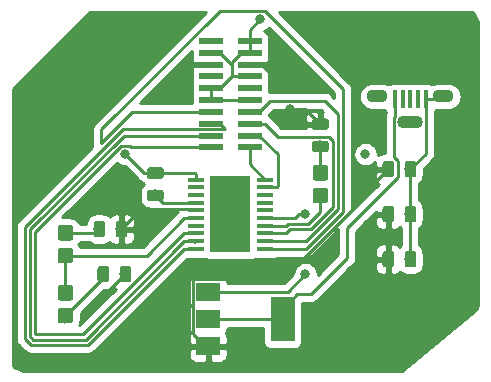
<source format=gbr>
G04 #@! TF.GenerationSoftware,KiCad,Pcbnew,(5.1.2)-2*
G04 #@! TF.CreationDate,2019-11-17T20:51:39-03:00*
G04 #@! TF.ProjectId,circuit,63697263-7569-4742-9e6b-696361645f70,rev?*
G04 #@! TF.SameCoordinates,Original*
G04 #@! TF.FileFunction,Copper,L1,Top*
G04 #@! TF.FilePolarity,Positive*
%FSLAX46Y46*%
G04 Gerber Fmt 4.6, Leading zero omitted, Abs format (unit mm)*
G04 Created by KiCad (PCBNEW (5.1.2)-2) date 2019-11-17 20:51:39*
%MOMM*%
%LPD*%
G04 APERTURE LIST*
%ADD10C,0.100000*%
%ADD11C,0.975000*%
%ADD12C,1.300000*%
%ADD13R,0.450000X1.500000*%
%ADD14O,1.800000X1.100000*%
%ADD15O,2.200000X1.100000*%
%ADD16R,2.000000X0.500000*%
%ADD17R,1.450000X0.450000*%
%ADD18C,0.600000*%
%ADD19R,3.400000X6.500000*%
%ADD20R,2.000000X3.800000*%
%ADD21R,2.000000X1.500000*%
%ADD22C,0.800000*%
%ADD23C,0.250000*%
%ADD24C,0.254000*%
G04 APERTURE END LIST*
D10*
G36*
X172382642Y-74231174D02*
G01*
X172406303Y-74234684D01*
X172429507Y-74240496D01*
X172452029Y-74248554D01*
X172473653Y-74258782D01*
X172494170Y-74271079D01*
X172513383Y-74285329D01*
X172531107Y-74301393D01*
X172547171Y-74319117D01*
X172561421Y-74338330D01*
X172573718Y-74358847D01*
X172583946Y-74380471D01*
X172592004Y-74402993D01*
X172597816Y-74426197D01*
X172601326Y-74449858D01*
X172602500Y-74473750D01*
X172602500Y-75386250D01*
X172601326Y-75410142D01*
X172597816Y-75433803D01*
X172592004Y-75457007D01*
X172583946Y-75479529D01*
X172573718Y-75501153D01*
X172561421Y-75521670D01*
X172547171Y-75540883D01*
X172531107Y-75558607D01*
X172513383Y-75574671D01*
X172494170Y-75588921D01*
X172473653Y-75601218D01*
X172452029Y-75611446D01*
X172429507Y-75619504D01*
X172406303Y-75625316D01*
X172382642Y-75628826D01*
X172358750Y-75630000D01*
X171871250Y-75630000D01*
X171847358Y-75628826D01*
X171823697Y-75625316D01*
X171800493Y-75619504D01*
X171777971Y-75611446D01*
X171756347Y-75601218D01*
X171735830Y-75588921D01*
X171716617Y-75574671D01*
X171698893Y-75558607D01*
X171682829Y-75540883D01*
X171668579Y-75521670D01*
X171656282Y-75501153D01*
X171646054Y-75479529D01*
X171637996Y-75457007D01*
X171632184Y-75433803D01*
X171628674Y-75410142D01*
X171627500Y-75386250D01*
X171627500Y-74473750D01*
X171628674Y-74449858D01*
X171632184Y-74426197D01*
X171637996Y-74402993D01*
X171646054Y-74380471D01*
X171656282Y-74358847D01*
X171668579Y-74338330D01*
X171682829Y-74319117D01*
X171698893Y-74301393D01*
X171716617Y-74285329D01*
X171735830Y-74271079D01*
X171756347Y-74258782D01*
X171777971Y-74248554D01*
X171800493Y-74240496D01*
X171823697Y-74234684D01*
X171847358Y-74231174D01*
X171871250Y-74230000D01*
X172358750Y-74230000D01*
X172382642Y-74231174D01*
X172382642Y-74231174D01*
G37*
D11*
X172115000Y-74930000D03*
D10*
G36*
X174257642Y-74231174D02*
G01*
X174281303Y-74234684D01*
X174304507Y-74240496D01*
X174327029Y-74248554D01*
X174348653Y-74258782D01*
X174369170Y-74271079D01*
X174388383Y-74285329D01*
X174406107Y-74301393D01*
X174422171Y-74319117D01*
X174436421Y-74338330D01*
X174448718Y-74358847D01*
X174458946Y-74380471D01*
X174467004Y-74402993D01*
X174472816Y-74426197D01*
X174476326Y-74449858D01*
X174477500Y-74473750D01*
X174477500Y-75386250D01*
X174476326Y-75410142D01*
X174472816Y-75433803D01*
X174467004Y-75457007D01*
X174458946Y-75479529D01*
X174448718Y-75501153D01*
X174436421Y-75521670D01*
X174422171Y-75540883D01*
X174406107Y-75558607D01*
X174388383Y-75574671D01*
X174369170Y-75588921D01*
X174348653Y-75601218D01*
X174327029Y-75611446D01*
X174304507Y-75619504D01*
X174281303Y-75625316D01*
X174257642Y-75628826D01*
X174233750Y-75630000D01*
X173746250Y-75630000D01*
X173722358Y-75628826D01*
X173698697Y-75625316D01*
X173675493Y-75619504D01*
X173652971Y-75611446D01*
X173631347Y-75601218D01*
X173610830Y-75588921D01*
X173591617Y-75574671D01*
X173573893Y-75558607D01*
X173557829Y-75540883D01*
X173543579Y-75521670D01*
X173531282Y-75501153D01*
X173521054Y-75479529D01*
X173512996Y-75457007D01*
X173507184Y-75433803D01*
X173503674Y-75410142D01*
X173502500Y-75386250D01*
X173502500Y-74473750D01*
X173503674Y-74449858D01*
X173507184Y-74426197D01*
X173512996Y-74402993D01*
X173521054Y-74380471D01*
X173531282Y-74358847D01*
X173543579Y-74338330D01*
X173557829Y-74319117D01*
X173573893Y-74301393D01*
X173591617Y-74285329D01*
X173610830Y-74271079D01*
X173631347Y-74258782D01*
X173652971Y-74248554D01*
X173675493Y-74240496D01*
X173698697Y-74234684D01*
X173722358Y-74231174D01*
X173746250Y-74230000D01*
X174233750Y-74230000D01*
X174257642Y-74231174D01*
X174257642Y-74231174D01*
G37*
D11*
X173990000Y-74930000D03*
D10*
G36*
X152880142Y-70966174D02*
G01*
X152903803Y-70969684D01*
X152927007Y-70975496D01*
X152949529Y-70983554D01*
X152971153Y-70993782D01*
X152991670Y-71006079D01*
X153010883Y-71020329D01*
X153028607Y-71036393D01*
X153044671Y-71054117D01*
X153058921Y-71073330D01*
X153071218Y-71093847D01*
X153081446Y-71115471D01*
X153089504Y-71137993D01*
X153095316Y-71161197D01*
X153098826Y-71184858D01*
X153100000Y-71208750D01*
X153100000Y-71696250D01*
X153098826Y-71720142D01*
X153095316Y-71743803D01*
X153089504Y-71767007D01*
X153081446Y-71789529D01*
X153071218Y-71811153D01*
X153058921Y-71831670D01*
X153044671Y-71850883D01*
X153028607Y-71868607D01*
X153010883Y-71884671D01*
X152991670Y-71898921D01*
X152971153Y-71911218D01*
X152949529Y-71921446D01*
X152927007Y-71929504D01*
X152903803Y-71935316D01*
X152880142Y-71938826D01*
X152856250Y-71940000D01*
X151943750Y-71940000D01*
X151919858Y-71938826D01*
X151896197Y-71935316D01*
X151872993Y-71929504D01*
X151850471Y-71921446D01*
X151828847Y-71911218D01*
X151808330Y-71898921D01*
X151789117Y-71884671D01*
X151771393Y-71868607D01*
X151755329Y-71850883D01*
X151741079Y-71831670D01*
X151728782Y-71811153D01*
X151718554Y-71789529D01*
X151710496Y-71767007D01*
X151704684Y-71743803D01*
X151701174Y-71720142D01*
X151700000Y-71696250D01*
X151700000Y-71208750D01*
X151701174Y-71184858D01*
X151704684Y-71161197D01*
X151710496Y-71137993D01*
X151718554Y-71115471D01*
X151728782Y-71093847D01*
X151741079Y-71073330D01*
X151755329Y-71054117D01*
X151771393Y-71036393D01*
X151789117Y-71020329D01*
X151808330Y-71006079D01*
X151828847Y-70993782D01*
X151850471Y-70983554D01*
X151872993Y-70975496D01*
X151896197Y-70969684D01*
X151919858Y-70966174D01*
X151943750Y-70965000D01*
X152856250Y-70965000D01*
X152880142Y-70966174D01*
X152880142Y-70966174D01*
G37*
D11*
X152400000Y-71452500D03*
D10*
G36*
X152880142Y-72841174D02*
G01*
X152903803Y-72844684D01*
X152927007Y-72850496D01*
X152949529Y-72858554D01*
X152971153Y-72868782D01*
X152991670Y-72881079D01*
X153010883Y-72895329D01*
X153028607Y-72911393D01*
X153044671Y-72929117D01*
X153058921Y-72948330D01*
X153071218Y-72968847D01*
X153081446Y-72990471D01*
X153089504Y-73012993D01*
X153095316Y-73036197D01*
X153098826Y-73059858D01*
X153100000Y-73083750D01*
X153100000Y-73571250D01*
X153098826Y-73595142D01*
X153095316Y-73618803D01*
X153089504Y-73642007D01*
X153081446Y-73664529D01*
X153071218Y-73686153D01*
X153058921Y-73706670D01*
X153044671Y-73725883D01*
X153028607Y-73743607D01*
X153010883Y-73759671D01*
X152991670Y-73773921D01*
X152971153Y-73786218D01*
X152949529Y-73796446D01*
X152927007Y-73804504D01*
X152903803Y-73810316D01*
X152880142Y-73813826D01*
X152856250Y-73815000D01*
X151943750Y-73815000D01*
X151919858Y-73813826D01*
X151896197Y-73810316D01*
X151872993Y-73804504D01*
X151850471Y-73796446D01*
X151828847Y-73786218D01*
X151808330Y-73773921D01*
X151789117Y-73759671D01*
X151771393Y-73743607D01*
X151755329Y-73725883D01*
X151741079Y-73706670D01*
X151728782Y-73686153D01*
X151718554Y-73664529D01*
X151710496Y-73642007D01*
X151704684Y-73618803D01*
X151701174Y-73595142D01*
X151700000Y-73571250D01*
X151700000Y-73083750D01*
X151701174Y-73059858D01*
X151704684Y-73036197D01*
X151710496Y-73012993D01*
X151718554Y-72990471D01*
X151728782Y-72968847D01*
X151741079Y-72948330D01*
X151755329Y-72929117D01*
X151771393Y-72911393D01*
X151789117Y-72895329D01*
X151808330Y-72881079D01*
X151828847Y-72868782D01*
X151850471Y-72858554D01*
X151872993Y-72850496D01*
X151896197Y-72844684D01*
X151919858Y-72841174D01*
X151943750Y-72840000D01*
X152856250Y-72840000D01*
X152880142Y-72841174D01*
X152880142Y-72841174D01*
G37*
D11*
X152400000Y-73327500D03*
D10*
G36*
X172382642Y-70421174D02*
G01*
X172406303Y-70424684D01*
X172429507Y-70430496D01*
X172452029Y-70438554D01*
X172473653Y-70448782D01*
X172494170Y-70461079D01*
X172513383Y-70475329D01*
X172531107Y-70491393D01*
X172547171Y-70509117D01*
X172561421Y-70528330D01*
X172573718Y-70548847D01*
X172583946Y-70570471D01*
X172592004Y-70592993D01*
X172597816Y-70616197D01*
X172601326Y-70639858D01*
X172602500Y-70663750D01*
X172602500Y-71576250D01*
X172601326Y-71600142D01*
X172597816Y-71623803D01*
X172592004Y-71647007D01*
X172583946Y-71669529D01*
X172573718Y-71691153D01*
X172561421Y-71711670D01*
X172547171Y-71730883D01*
X172531107Y-71748607D01*
X172513383Y-71764671D01*
X172494170Y-71778921D01*
X172473653Y-71791218D01*
X172452029Y-71801446D01*
X172429507Y-71809504D01*
X172406303Y-71815316D01*
X172382642Y-71818826D01*
X172358750Y-71820000D01*
X171871250Y-71820000D01*
X171847358Y-71818826D01*
X171823697Y-71815316D01*
X171800493Y-71809504D01*
X171777971Y-71801446D01*
X171756347Y-71791218D01*
X171735830Y-71778921D01*
X171716617Y-71764671D01*
X171698893Y-71748607D01*
X171682829Y-71730883D01*
X171668579Y-71711670D01*
X171656282Y-71691153D01*
X171646054Y-71669529D01*
X171637996Y-71647007D01*
X171632184Y-71623803D01*
X171628674Y-71600142D01*
X171627500Y-71576250D01*
X171627500Y-70663750D01*
X171628674Y-70639858D01*
X171632184Y-70616197D01*
X171637996Y-70592993D01*
X171646054Y-70570471D01*
X171656282Y-70548847D01*
X171668579Y-70528330D01*
X171682829Y-70509117D01*
X171698893Y-70491393D01*
X171716617Y-70475329D01*
X171735830Y-70461079D01*
X171756347Y-70448782D01*
X171777971Y-70438554D01*
X171800493Y-70430496D01*
X171823697Y-70424684D01*
X171847358Y-70421174D01*
X171871250Y-70420000D01*
X172358750Y-70420000D01*
X172382642Y-70421174D01*
X172382642Y-70421174D01*
G37*
D11*
X172115000Y-71120000D03*
D10*
G36*
X174257642Y-70421174D02*
G01*
X174281303Y-70424684D01*
X174304507Y-70430496D01*
X174327029Y-70438554D01*
X174348653Y-70448782D01*
X174369170Y-70461079D01*
X174388383Y-70475329D01*
X174406107Y-70491393D01*
X174422171Y-70509117D01*
X174436421Y-70528330D01*
X174448718Y-70548847D01*
X174458946Y-70570471D01*
X174467004Y-70592993D01*
X174472816Y-70616197D01*
X174476326Y-70639858D01*
X174477500Y-70663750D01*
X174477500Y-71576250D01*
X174476326Y-71600142D01*
X174472816Y-71623803D01*
X174467004Y-71647007D01*
X174458946Y-71669529D01*
X174448718Y-71691153D01*
X174436421Y-71711670D01*
X174422171Y-71730883D01*
X174406107Y-71748607D01*
X174388383Y-71764671D01*
X174369170Y-71778921D01*
X174348653Y-71791218D01*
X174327029Y-71801446D01*
X174304507Y-71809504D01*
X174281303Y-71815316D01*
X174257642Y-71818826D01*
X174233750Y-71820000D01*
X173746250Y-71820000D01*
X173722358Y-71818826D01*
X173698697Y-71815316D01*
X173675493Y-71809504D01*
X173652971Y-71801446D01*
X173631347Y-71791218D01*
X173610830Y-71778921D01*
X173591617Y-71764671D01*
X173573893Y-71748607D01*
X173557829Y-71730883D01*
X173543579Y-71711670D01*
X173531282Y-71691153D01*
X173521054Y-71669529D01*
X173512996Y-71647007D01*
X173507184Y-71623803D01*
X173503674Y-71600142D01*
X173502500Y-71576250D01*
X173502500Y-70663750D01*
X173503674Y-70639858D01*
X173507184Y-70616197D01*
X173512996Y-70592993D01*
X173521054Y-70570471D01*
X173531282Y-70548847D01*
X173543579Y-70528330D01*
X173557829Y-70509117D01*
X173573893Y-70491393D01*
X173591617Y-70475329D01*
X173610830Y-70461079D01*
X173631347Y-70448782D01*
X173652971Y-70438554D01*
X173675493Y-70430496D01*
X173698697Y-70424684D01*
X173722358Y-70421174D01*
X173746250Y-70420000D01*
X174233750Y-70420000D01*
X174257642Y-70421174D01*
X174257642Y-70421174D01*
G37*
D11*
X173990000Y-71120000D03*
D10*
G36*
X174257642Y-78041174D02*
G01*
X174281303Y-78044684D01*
X174304507Y-78050496D01*
X174327029Y-78058554D01*
X174348653Y-78068782D01*
X174369170Y-78081079D01*
X174388383Y-78095329D01*
X174406107Y-78111393D01*
X174422171Y-78129117D01*
X174436421Y-78148330D01*
X174448718Y-78168847D01*
X174458946Y-78190471D01*
X174467004Y-78212993D01*
X174472816Y-78236197D01*
X174476326Y-78259858D01*
X174477500Y-78283750D01*
X174477500Y-79196250D01*
X174476326Y-79220142D01*
X174472816Y-79243803D01*
X174467004Y-79267007D01*
X174458946Y-79289529D01*
X174448718Y-79311153D01*
X174436421Y-79331670D01*
X174422171Y-79350883D01*
X174406107Y-79368607D01*
X174388383Y-79384671D01*
X174369170Y-79398921D01*
X174348653Y-79411218D01*
X174327029Y-79421446D01*
X174304507Y-79429504D01*
X174281303Y-79435316D01*
X174257642Y-79438826D01*
X174233750Y-79440000D01*
X173746250Y-79440000D01*
X173722358Y-79438826D01*
X173698697Y-79435316D01*
X173675493Y-79429504D01*
X173652971Y-79421446D01*
X173631347Y-79411218D01*
X173610830Y-79398921D01*
X173591617Y-79384671D01*
X173573893Y-79368607D01*
X173557829Y-79350883D01*
X173543579Y-79331670D01*
X173531282Y-79311153D01*
X173521054Y-79289529D01*
X173512996Y-79267007D01*
X173507184Y-79243803D01*
X173503674Y-79220142D01*
X173502500Y-79196250D01*
X173502500Y-78283750D01*
X173503674Y-78259858D01*
X173507184Y-78236197D01*
X173512996Y-78212993D01*
X173521054Y-78190471D01*
X173531282Y-78168847D01*
X173543579Y-78148330D01*
X173557829Y-78129117D01*
X173573893Y-78111393D01*
X173591617Y-78095329D01*
X173610830Y-78081079D01*
X173631347Y-78068782D01*
X173652971Y-78058554D01*
X173675493Y-78050496D01*
X173698697Y-78044684D01*
X173722358Y-78041174D01*
X173746250Y-78040000D01*
X174233750Y-78040000D01*
X174257642Y-78041174D01*
X174257642Y-78041174D01*
G37*
D11*
X173990000Y-78740000D03*
D10*
G36*
X172382642Y-78041174D02*
G01*
X172406303Y-78044684D01*
X172429507Y-78050496D01*
X172452029Y-78058554D01*
X172473653Y-78068782D01*
X172494170Y-78081079D01*
X172513383Y-78095329D01*
X172531107Y-78111393D01*
X172547171Y-78129117D01*
X172561421Y-78148330D01*
X172573718Y-78168847D01*
X172583946Y-78190471D01*
X172592004Y-78212993D01*
X172597816Y-78236197D01*
X172601326Y-78259858D01*
X172602500Y-78283750D01*
X172602500Y-79196250D01*
X172601326Y-79220142D01*
X172597816Y-79243803D01*
X172592004Y-79267007D01*
X172583946Y-79289529D01*
X172573718Y-79311153D01*
X172561421Y-79331670D01*
X172547171Y-79350883D01*
X172531107Y-79368607D01*
X172513383Y-79384671D01*
X172494170Y-79398921D01*
X172473653Y-79411218D01*
X172452029Y-79421446D01*
X172429507Y-79429504D01*
X172406303Y-79435316D01*
X172382642Y-79438826D01*
X172358750Y-79440000D01*
X171871250Y-79440000D01*
X171847358Y-79438826D01*
X171823697Y-79435316D01*
X171800493Y-79429504D01*
X171777971Y-79421446D01*
X171756347Y-79411218D01*
X171735830Y-79398921D01*
X171716617Y-79384671D01*
X171698893Y-79368607D01*
X171682829Y-79350883D01*
X171668579Y-79331670D01*
X171656282Y-79311153D01*
X171646054Y-79289529D01*
X171637996Y-79267007D01*
X171632184Y-79243803D01*
X171628674Y-79220142D01*
X171627500Y-79196250D01*
X171627500Y-78283750D01*
X171628674Y-78259858D01*
X171632184Y-78236197D01*
X171637996Y-78212993D01*
X171646054Y-78190471D01*
X171656282Y-78168847D01*
X171668579Y-78148330D01*
X171682829Y-78129117D01*
X171698893Y-78111393D01*
X171716617Y-78095329D01*
X171735830Y-78081079D01*
X171756347Y-78068782D01*
X171777971Y-78058554D01*
X171800493Y-78050496D01*
X171823697Y-78044684D01*
X171847358Y-78041174D01*
X171871250Y-78040000D01*
X172358750Y-78040000D01*
X172382642Y-78041174D01*
X172382642Y-78041174D01*
G37*
D11*
X172115000Y-78740000D03*
D10*
G36*
X166794504Y-72691204D02*
G01*
X166818773Y-72694804D01*
X166842571Y-72700765D01*
X166865671Y-72709030D01*
X166887849Y-72719520D01*
X166908893Y-72732133D01*
X166928598Y-72746747D01*
X166946777Y-72763223D01*
X166963253Y-72781402D01*
X166977867Y-72801107D01*
X166990480Y-72822151D01*
X167000970Y-72844329D01*
X167009235Y-72867429D01*
X167015196Y-72891227D01*
X167018796Y-72915496D01*
X167020000Y-72940000D01*
X167020000Y-73765000D01*
X167018796Y-73789504D01*
X167015196Y-73813773D01*
X167009235Y-73837571D01*
X167000970Y-73860671D01*
X166990480Y-73882849D01*
X166977867Y-73903893D01*
X166963253Y-73923598D01*
X166946777Y-73941777D01*
X166928598Y-73958253D01*
X166908893Y-73972867D01*
X166887849Y-73985480D01*
X166865671Y-73995970D01*
X166842571Y-74004235D01*
X166818773Y-74010196D01*
X166794504Y-74013796D01*
X166770000Y-74015000D01*
X165970000Y-74015000D01*
X165945496Y-74013796D01*
X165921227Y-74010196D01*
X165897429Y-74004235D01*
X165874329Y-73995970D01*
X165852151Y-73985480D01*
X165831107Y-73972867D01*
X165811402Y-73958253D01*
X165793223Y-73941777D01*
X165776747Y-73923598D01*
X165762133Y-73903893D01*
X165749520Y-73882849D01*
X165739030Y-73860671D01*
X165730765Y-73837571D01*
X165724804Y-73813773D01*
X165721204Y-73789504D01*
X165720000Y-73765000D01*
X165720000Y-72940000D01*
X165721204Y-72915496D01*
X165724804Y-72891227D01*
X165730765Y-72867429D01*
X165739030Y-72844329D01*
X165749520Y-72822151D01*
X165762133Y-72801107D01*
X165776747Y-72781402D01*
X165793223Y-72763223D01*
X165811402Y-72746747D01*
X165831107Y-72732133D01*
X165852151Y-72719520D01*
X165874329Y-72709030D01*
X165897429Y-72700765D01*
X165921227Y-72694804D01*
X165945496Y-72691204D01*
X165970000Y-72690000D01*
X166770000Y-72690000D01*
X166794504Y-72691204D01*
X166794504Y-72691204D01*
G37*
D12*
X166370000Y-73352500D03*
D10*
G36*
X166794504Y-70766204D02*
G01*
X166818773Y-70769804D01*
X166842571Y-70775765D01*
X166865671Y-70784030D01*
X166887849Y-70794520D01*
X166908893Y-70807133D01*
X166928598Y-70821747D01*
X166946777Y-70838223D01*
X166963253Y-70856402D01*
X166977867Y-70876107D01*
X166990480Y-70897151D01*
X167000970Y-70919329D01*
X167009235Y-70942429D01*
X167015196Y-70966227D01*
X167018796Y-70990496D01*
X167020000Y-71015000D01*
X167020000Y-71840000D01*
X167018796Y-71864504D01*
X167015196Y-71888773D01*
X167009235Y-71912571D01*
X167000970Y-71935671D01*
X166990480Y-71957849D01*
X166977867Y-71978893D01*
X166963253Y-71998598D01*
X166946777Y-72016777D01*
X166928598Y-72033253D01*
X166908893Y-72047867D01*
X166887849Y-72060480D01*
X166865671Y-72070970D01*
X166842571Y-72079235D01*
X166818773Y-72085196D01*
X166794504Y-72088796D01*
X166770000Y-72090000D01*
X165970000Y-72090000D01*
X165945496Y-72088796D01*
X165921227Y-72085196D01*
X165897429Y-72079235D01*
X165874329Y-72070970D01*
X165852151Y-72060480D01*
X165831107Y-72047867D01*
X165811402Y-72033253D01*
X165793223Y-72016777D01*
X165776747Y-71998598D01*
X165762133Y-71978893D01*
X165749520Y-71957849D01*
X165739030Y-71935671D01*
X165730765Y-71912571D01*
X165724804Y-71888773D01*
X165721204Y-71864504D01*
X165720000Y-71840000D01*
X165720000Y-71015000D01*
X165721204Y-70990496D01*
X165724804Y-70966227D01*
X165730765Y-70942429D01*
X165739030Y-70919329D01*
X165749520Y-70897151D01*
X165762133Y-70876107D01*
X165776747Y-70856402D01*
X165793223Y-70838223D01*
X165811402Y-70821747D01*
X165831107Y-70807133D01*
X165852151Y-70794520D01*
X165874329Y-70784030D01*
X165897429Y-70775765D01*
X165921227Y-70769804D01*
X165945496Y-70766204D01*
X165970000Y-70765000D01*
X166770000Y-70765000D01*
X166794504Y-70766204D01*
X166794504Y-70766204D01*
G37*
D12*
X166370000Y-71427500D03*
D10*
G36*
X145204504Y-75846204D02*
G01*
X145228773Y-75849804D01*
X145252571Y-75855765D01*
X145275671Y-75864030D01*
X145297849Y-75874520D01*
X145318893Y-75887133D01*
X145338598Y-75901747D01*
X145356777Y-75918223D01*
X145373253Y-75936402D01*
X145387867Y-75956107D01*
X145400480Y-75977151D01*
X145410970Y-75999329D01*
X145419235Y-76022429D01*
X145425196Y-76046227D01*
X145428796Y-76070496D01*
X145430000Y-76095000D01*
X145430000Y-76920000D01*
X145428796Y-76944504D01*
X145425196Y-76968773D01*
X145419235Y-76992571D01*
X145410970Y-77015671D01*
X145400480Y-77037849D01*
X145387867Y-77058893D01*
X145373253Y-77078598D01*
X145356777Y-77096777D01*
X145338598Y-77113253D01*
X145318893Y-77127867D01*
X145297849Y-77140480D01*
X145275671Y-77150970D01*
X145252571Y-77159235D01*
X145228773Y-77165196D01*
X145204504Y-77168796D01*
X145180000Y-77170000D01*
X144380000Y-77170000D01*
X144355496Y-77168796D01*
X144331227Y-77165196D01*
X144307429Y-77159235D01*
X144284329Y-77150970D01*
X144262151Y-77140480D01*
X144241107Y-77127867D01*
X144221402Y-77113253D01*
X144203223Y-77096777D01*
X144186747Y-77078598D01*
X144172133Y-77058893D01*
X144159520Y-77037849D01*
X144149030Y-77015671D01*
X144140765Y-76992571D01*
X144134804Y-76968773D01*
X144131204Y-76944504D01*
X144130000Y-76920000D01*
X144130000Y-76095000D01*
X144131204Y-76070496D01*
X144134804Y-76046227D01*
X144140765Y-76022429D01*
X144149030Y-75999329D01*
X144159520Y-75977151D01*
X144172133Y-75956107D01*
X144186747Y-75936402D01*
X144203223Y-75918223D01*
X144221402Y-75901747D01*
X144241107Y-75887133D01*
X144262151Y-75874520D01*
X144284329Y-75864030D01*
X144307429Y-75855765D01*
X144331227Y-75849804D01*
X144355496Y-75846204D01*
X144380000Y-75845000D01*
X145180000Y-75845000D01*
X145204504Y-75846204D01*
X145204504Y-75846204D01*
G37*
D12*
X144780000Y-76507500D03*
D10*
G36*
X145204504Y-77771204D02*
G01*
X145228773Y-77774804D01*
X145252571Y-77780765D01*
X145275671Y-77789030D01*
X145297849Y-77799520D01*
X145318893Y-77812133D01*
X145338598Y-77826747D01*
X145356777Y-77843223D01*
X145373253Y-77861402D01*
X145387867Y-77881107D01*
X145400480Y-77902151D01*
X145410970Y-77924329D01*
X145419235Y-77947429D01*
X145425196Y-77971227D01*
X145428796Y-77995496D01*
X145430000Y-78020000D01*
X145430000Y-78845000D01*
X145428796Y-78869504D01*
X145425196Y-78893773D01*
X145419235Y-78917571D01*
X145410970Y-78940671D01*
X145400480Y-78962849D01*
X145387867Y-78983893D01*
X145373253Y-79003598D01*
X145356777Y-79021777D01*
X145338598Y-79038253D01*
X145318893Y-79052867D01*
X145297849Y-79065480D01*
X145275671Y-79075970D01*
X145252571Y-79084235D01*
X145228773Y-79090196D01*
X145204504Y-79093796D01*
X145180000Y-79095000D01*
X144380000Y-79095000D01*
X144355496Y-79093796D01*
X144331227Y-79090196D01*
X144307429Y-79084235D01*
X144284329Y-79075970D01*
X144262151Y-79065480D01*
X144241107Y-79052867D01*
X144221402Y-79038253D01*
X144203223Y-79021777D01*
X144186747Y-79003598D01*
X144172133Y-78983893D01*
X144159520Y-78962849D01*
X144149030Y-78940671D01*
X144140765Y-78917571D01*
X144134804Y-78893773D01*
X144131204Y-78869504D01*
X144130000Y-78845000D01*
X144130000Y-78020000D01*
X144131204Y-77995496D01*
X144134804Y-77971227D01*
X144140765Y-77947429D01*
X144149030Y-77924329D01*
X144159520Y-77902151D01*
X144172133Y-77881107D01*
X144186747Y-77861402D01*
X144203223Y-77843223D01*
X144221402Y-77826747D01*
X144241107Y-77812133D01*
X144262151Y-77799520D01*
X144284329Y-77789030D01*
X144307429Y-77780765D01*
X144331227Y-77774804D01*
X144355496Y-77771204D01*
X144380000Y-77770000D01*
X145180000Y-77770000D01*
X145204504Y-77771204D01*
X145204504Y-77771204D01*
G37*
D12*
X144780000Y-78432500D03*
D10*
G36*
X145204504Y-80926204D02*
G01*
X145228773Y-80929804D01*
X145252571Y-80935765D01*
X145275671Y-80944030D01*
X145297849Y-80954520D01*
X145318893Y-80967133D01*
X145338598Y-80981747D01*
X145356777Y-80998223D01*
X145373253Y-81016402D01*
X145387867Y-81036107D01*
X145400480Y-81057151D01*
X145410970Y-81079329D01*
X145419235Y-81102429D01*
X145425196Y-81126227D01*
X145428796Y-81150496D01*
X145430000Y-81175000D01*
X145430000Y-82000000D01*
X145428796Y-82024504D01*
X145425196Y-82048773D01*
X145419235Y-82072571D01*
X145410970Y-82095671D01*
X145400480Y-82117849D01*
X145387867Y-82138893D01*
X145373253Y-82158598D01*
X145356777Y-82176777D01*
X145338598Y-82193253D01*
X145318893Y-82207867D01*
X145297849Y-82220480D01*
X145275671Y-82230970D01*
X145252571Y-82239235D01*
X145228773Y-82245196D01*
X145204504Y-82248796D01*
X145180000Y-82250000D01*
X144380000Y-82250000D01*
X144355496Y-82248796D01*
X144331227Y-82245196D01*
X144307429Y-82239235D01*
X144284329Y-82230970D01*
X144262151Y-82220480D01*
X144241107Y-82207867D01*
X144221402Y-82193253D01*
X144203223Y-82176777D01*
X144186747Y-82158598D01*
X144172133Y-82138893D01*
X144159520Y-82117849D01*
X144149030Y-82095671D01*
X144140765Y-82072571D01*
X144134804Y-82048773D01*
X144131204Y-82024504D01*
X144130000Y-82000000D01*
X144130000Y-81175000D01*
X144131204Y-81150496D01*
X144134804Y-81126227D01*
X144140765Y-81102429D01*
X144149030Y-81079329D01*
X144159520Y-81057151D01*
X144172133Y-81036107D01*
X144186747Y-81016402D01*
X144203223Y-80998223D01*
X144221402Y-80981747D01*
X144241107Y-80967133D01*
X144262151Y-80954520D01*
X144284329Y-80944030D01*
X144307429Y-80935765D01*
X144331227Y-80929804D01*
X144355496Y-80926204D01*
X144380000Y-80925000D01*
X145180000Y-80925000D01*
X145204504Y-80926204D01*
X145204504Y-80926204D01*
G37*
D12*
X144780000Y-81587500D03*
D10*
G36*
X145204504Y-82851204D02*
G01*
X145228773Y-82854804D01*
X145252571Y-82860765D01*
X145275671Y-82869030D01*
X145297849Y-82879520D01*
X145318893Y-82892133D01*
X145338598Y-82906747D01*
X145356777Y-82923223D01*
X145373253Y-82941402D01*
X145387867Y-82961107D01*
X145400480Y-82982151D01*
X145410970Y-83004329D01*
X145419235Y-83027429D01*
X145425196Y-83051227D01*
X145428796Y-83075496D01*
X145430000Y-83100000D01*
X145430000Y-83925000D01*
X145428796Y-83949504D01*
X145425196Y-83973773D01*
X145419235Y-83997571D01*
X145410970Y-84020671D01*
X145400480Y-84042849D01*
X145387867Y-84063893D01*
X145373253Y-84083598D01*
X145356777Y-84101777D01*
X145338598Y-84118253D01*
X145318893Y-84132867D01*
X145297849Y-84145480D01*
X145275671Y-84155970D01*
X145252571Y-84164235D01*
X145228773Y-84170196D01*
X145204504Y-84173796D01*
X145180000Y-84175000D01*
X144380000Y-84175000D01*
X144355496Y-84173796D01*
X144331227Y-84170196D01*
X144307429Y-84164235D01*
X144284329Y-84155970D01*
X144262151Y-84145480D01*
X144241107Y-84132867D01*
X144221402Y-84118253D01*
X144203223Y-84101777D01*
X144186747Y-84083598D01*
X144172133Y-84063893D01*
X144159520Y-84042849D01*
X144149030Y-84020671D01*
X144140765Y-83997571D01*
X144134804Y-83973773D01*
X144131204Y-83949504D01*
X144130000Y-83925000D01*
X144130000Y-83100000D01*
X144131204Y-83075496D01*
X144134804Y-83051227D01*
X144140765Y-83027429D01*
X144149030Y-83004329D01*
X144159520Y-82982151D01*
X144172133Y-82961107D01*
X144186747Y-82941402D01*
X144203223Y-82923223D01*
X144221402Y-82906747D01*
X144241107Y-82892133D01*
X144262151Y-82879520D01*
X144284329Y-82869030D01*
X144307429Y-82860765D01*
X144331227Y-82854804D01*
X144355496Y-82851204D01*
X144380000Y-82850000D01*
X145180000Y-82850000D01*
X145204504Y-82851204D01*
X145204504Y-82851204D01*
G37*
D12*
X144780000Y-83512500D03*
D13*
X173990000Y-65215000D03*
X174640000Y-65215000D03*
X173340000Y-65215000D03*
X175290000Y-65215000D03*
X172690000Y-65215000D03*
D14*
X171190000Y-64965000D03*
X176790000Y-64965000D03*
D15*
X173990000Y-67115000D03*
D16*
X157100000Y-60270000D03*
X160400000Y-60270000D03*
X157100000Y-61270000D03*
X160400000Y-61270000D03*
X157100000Y-62270000D03*
X160400000Y-62270000D03*
X157100000Y-63270000D03*
X160400000Y-63270000D03*
X157100000Y-64270000D03*
X160400000Y-64270000D03*
X157100000Y-65270000D03*
X160400000Y-65270000D03*
X157100000Y-66270000D03*
X160400000Y-66270000D03*
X157100000Y-67270000D03*
X160400000Y-67270000D03*
X157100000Y-68270000D03*
X160400000Y-68270000D03*
X157100000Y-69270000D03*
X160400000Y-69270000D03*
D10*
G36*
X149795142Y-75501174D02*
G01*
X149818803Y-75504684D01*
X149842007Y-75510496D01*
X149864529Y-75518554D01*
X149886153Y-75528782D01*
X149906670Y-75541079D01*
X149925883Y-75555329D01*
X149943607Y-75571393D01*
X149959671Y-75589117D01*
X149973921Y-75608330D01*
X149986218Y-75628847D01*
X149996446Y-75650471D01*
X150004504Y-75672993D01*
X150010316Y-75696197D01*
X150013826Y-75719858D01*
X150015000Y-75743750D01*
X150015000Y-76656250D01*
X150013826Y-76680142D01*
X150010316Y-76703803D01*
X150004504Y-76727007D01*
X149996446Y-76749529D01*
X149986218Y-76771153D01*
X149973921Y-76791670D01*
X149959671Y-76810883D01*
X149943607Y-76828607D01*
X149925883Y-76844671D01*
X149906670Y-76858921D01*
X149886153Y-76871218D01*
X149864529Y-76881446D01*
X149842007Y-76889504D01*
X149818803Y-76895316D01*
X149795142Y-76898826D01*
X149771250Y-76900000D01*
X149283750Y-76900000D01*
X149259858Y-76898826D01*
X149236197Y-76895316D01*
X149212993Y-76889504D01*
X149190471Y-76881446D01*
X149168847Y-76871218D01*
X149148330Y-76858921D01*
X149129117Y-76844671D01*
X149111393Y-76828607D01*
X149095329Y-76810883D01*
X149081079Y-76791670D01*
X149068782Y-76771153D01*
X149058554Y-76749529D01*
X149050496Y-76727007D01*
X149044684Y-76703803D01*
X149041174Y-76680142D01*
X149040000Y-76656250D01*
X149040000Y-75743750D01*
X149041174Y-75719858D01*
X149044684Y-75696197D01*
X149050496Y-75672993D01*
X149058554Y-75650471D01*
X149068782Y-75628847D01*
X149081079Y-75608330D01*
X149095329Y-75589117D01*
X149111393Y-75571393D01*
X149129117Y-75555329D01*
X149148330Y-75541079D01*
X149168847Y-75528782D01*
X149190471Y-75518554D01*
X149212993Y-75510496D01*
X149236197Y-75504684D01*
X149259858Y-75501174D01*
X149283750Y-75500000D01*
X149771250Y-75500000D01*
X149795142Y-75501174D01*
X149795142Y-75501174D01*
G37*
D11*
X149527500Y-76200000D03*
D10*
G36*
X147920142Y-75501174D02*
G01*
X147943803Y-75504684D01*
X147967007Y-75510496D01*
X147989529Y-75518554D01*
X148011153Y-75528782D01*
X148031670Y-75541079D01*
X148050883Y-75555329D01*
X148068607Y-75571393D01*
X148084671Y-75589117D01*
X148098921Y-75608330D01*
X148111218Y-75628847D01*
X148121446Y-75650471D01*
X148129504Y-75672993D01*
X148135316Y-75696197D01*
X148138826Y-75719858D01*
X148140000Y-75743750D01*
X148140000Y-76656250D01*
X148138826Y-76680142D01*
X148135316Y-76703803D01*
X148129504Y-76727007D01*
X148121446Y-76749529D01*
X148111218Y-76771153D01*
X148098921Y-76791670D01*
X148084671Y-76810883D01*
X148068607Y-76828607D01*
X148050883Y-76844671D01*
X148031670Y-76858921D01*
X148011153Y-76871218D01*
X147989529Y-76881446D01*
X147967007Y-76889504D01*
X147943803Y-76895316D01*
X147920142Y-76898826D01*
X147896250Y-76900000D01*
X147408750Y-76900000D01*
X147384858Y-76898826D01*
X147361197Y-76895316D01*
X147337993Y-76889504D01*
X147315471Y-76881446D01*
X147293847Y-76871218D01*
X147273330Y-76858921D01*
X147254117Y-76844671D01*
X147236393Y-76828607D01*
X147220329Y-76810883D01*
X147206079Y-76791670D01*
X147193782Y-76771153D01*
X147183554Y-76749529D01*
X147175496Y-76727007D01*
X147169684Y-76703803D01*
X147166174Y-76680142D01*
X147165000Y-76656250D01*
X147165000Y-75743750D01*
X147166174Y-75719858D01*
X147169684Y-75696197D01*
X147175496Y-75672993D01*
X147183554Y-75650471D01*
X147193782Y-75628847D01*
X147206079Y-75608330D01*
X147220329Y-75589117D01*
X147236393Y-75571393D01*
X147254117Y-75555329D01*
X147273330Y-75541079D01*
X147293847Y-75528782D01*
X147315471Y-75518554D01*
X147337993Y-75510496D01*
X147361197Y-75504684D01*
X147384858Y-75501174D01*
X147408750Y-75500000D01*
X147896250Y-75500000D01*
X147920142Y-75501174D01*
X147920142Y-75501174D01*
G37*
D11*
X147652500Y-76200000D03*
D10*
G36*
X148252642Y-79311174D02*
G01*
X148276303Y-79314684D01*
X148299507Y-79320496D01*
X148322029Y-79328554D01*
X148343653Y-79338782D01*
X148364170Y-79351079D01*
X148383383Y-79365329D01*
X148401107Y-79381393D01*
X148417171Y-79399117D01*
X148431421Y-79418330D01*
X148443718Y-79438847D01*
X148453946Y-79460471D01*
X148462004Y-79482993D01*
X148467816Y-79506197D01*
X148471326Y-79529858D01*
X148472500Y-79553750D01*
X148472500Y-80466250D01*
X148471326Y-80490142D01*
X148467816Y-80513803D01*
X148462004Y-80537007D01*
X148453946Y-80559529D01*
X148443718Y-80581153D01*
X148431421Y-80601670D01*
X148417171Y-80620883D01*
X148401107Y-80638607D01*
X148383383Y-80654671D01*
X148364170Y-80668921D01*
X148343653Y-80681218D01*
X148322029Y-80691446D01*
X148299507Y-80699504D01*
X148276303Y-80705316D01*
X148252642Y-80708826D01*
X148228750Y-80710000D01*
X147741250Y-80710000D01*
X147717358Y-80708826D01*
X147693697Y-80705316D01*
X147670493Y-80699504D01*
X147647971Y-80691446D01*
X147626347Y-80681218D01*
X147605830Y-80668921D01*
X147586617Y-80654671D01*
X147568893Y-80638607D01*
X147552829Y-80620883D01*
X147538579Y-80601670D01*
X147526282Y-80581153D01*
X147516054Y-80559529D01*
X147507996Y-80537007D01*
X147502184Y-80513803D01*
X147498674Y-80490142D01*
X147497500Y-80466250D01*
X147497500Y-79553750D01*
X147498674Y-79529858D01*
X147502184Y-79506197D01*
X147507996Y-79482993D01*
X147516054Y-79460471D01*
X147526282Y-79438847D01*
X147538579Y-79418330D01*
X147552829Y-79399117D01*
X147568893Y-79381393D01*
X147586617Y-79365329D01*
X147605830Y-79351079D01*
X147626347Y-79338782D01*
X147647971Y-79328554D01*
X147670493Y-79320496D01*
X147693697Y-79314684D01*
X147717358Y-79311174D01*
X147741250Y-79310000D01*
X148228750Y-79310000D01*
X148252642Y-79311174D01*
X148252642Y-79311174D01*
G37*
D11*
X147985000Y-80010000D03*
D10*
G36*
X150127642Y-79311174D02*
G01*
X150151303Y-79314684D01*
X150174507Y-79320496D01*
X150197029Y-79328554D01*
X150218653Y-79338782D01*
X150239170Y-79351079D01*
X150258383Y-79365329D01*
X150276107Y-79381393D01*
X150292171Y-79399117D01*
X150306421Y-79418330D01*
X150318718Y-79438847D01*
X150328946Y-79460471D01*
X150337004Y-79482993D01*
X150342816Y-79506197D01*
X150346326Y-79529858D01*
X150347500Y-79553750D01*
X150347500Y-80466250D01*
X150346326Y-80490142D01*
X150342816Y-80513803D01*
X150337004Y-80537007D01*
X150328946Y-80559529D01*
X150318718Y-80581153D01*
X150306421Y-80601670D01*
X150292171Y-80620883D01*
X150276107Y-80638607D01*
X150258383Y-80654671D01*
X150239170Y-80668921D01*
X150218653Y-80681218D01*
X150197029Y-80691446D01*
X150174507Y-80699504D01*
X150151303Y-80705316D01*
X150127642Y-80708826D01*
X150103750Y-80710000D01*
X149616250Y-80710000D01*
X149592358Y-80708826D01*
X149568697Y-80705316D01*
X149545493Y-80699504D01*
X149522971Y-80691446D01*
X149501347Y-80681218D01*
X149480830Y-80668921D01*
X149461617Y-80654671D01*
X149443893Y-80638607D01*
X149427829Y-80620883D01*
X149413579Y-80601670D01*
X149401282Y-80581153D01*
X149391054Y-80559529D01*
X149382996Y-80537007D01*
X149377184Y-80513803D01*
X149373674Y-80490142D01*
X149372500Y-80466250D01*
X149372500Y-79553750D01*
X149373674Y-79529858D01*
X149377184Y-79506197D01*
X149382996Y-79482993D01*
X149391054Y-79460471D01*
X149401282Y-79438847D01*
X149413579Y-79418330D01*
X149427829Y-79399117D01*
X149443893Y-79381393D01*
X149461617Y-79365329D01*
X149480830Y-79351079D01*
X149501347Y-79338782D01*
X149522971Y-79328554D01*
X149545493Y-79320496D01*
X149568697Y-79314684D01*
X149592358Y-79311174D01*
X149616250Y-79310000D01*
X150103750Y-79310000D01*
X150127642Y-79311174D01*
X150127642Y-79311174D01*
G37*
D11*
X149860000Y-80010000D03*
D10*
G36*
X166850142Y-68698674D02*
G01*
X166873803Y-68702184D01*
X166897007Y-68707996D01*
X166919529Y-68716054D01*
X166941153Y-68726282D01*
X166961670Y-68738579D01*
X166980883Y-68752829D01*
X166998607Y-68768893D01*
X167014671Y-68786617D01*
X167028921Y-68805830D01*
X167041218Y-68826347D01*
X167051446Y-68847971D01*
X167059504Y-68870493D01*
X167065316Y-68893697D01*
X167068826Y-68917358D01*
X167070000Y-68941250D01*
X167070000Y-69428750D01*
X167068826Y-69452642D01*
X167065316Y-69476303D01*
X167059504Y-69499507D01*
X167051446Y-69522029D01*
X167041218Y-69543653D01*
X167028921Y-69564170D01*
X167014671Y-69583383D01*
X166998607Y-69601107D01*
X166980883Y-69617171D01*
X166961670Y-69631421D01*
X166941153Y-69643718D01*
X166919529Y-69653946D01*
X166897007Y-69662004D01*
X166873803Y-69667816D01*
X166850142Y-69671326D01*
X166826250Y-69672500D01*
X165913750Y-69672500D01*
X165889858Y-69671326D01*
X165866197Y-69667816D01*
X165842993Y-69662004D01*
X165820471Y-69653946D01*
X165798847Y-69643718D01*
X165778330Y-69631421D01*
X165759117Y-69617171D01*
X165741393Y-69601107D01*
X165725329Y-69583383D01*
X165711079Y-69564170D01*
X165698782Y-69543653D01*
X165688554Y-69522029D01*
X165680496Y-69499507D01*
X165674684Y-69476303D01*
X165671174Y-69452642D01*
X165670000Y-69428750D01*
X165670000Y-68941250D01*
X165671174Y-68917358D01*
X165674684Y-68893697D01*
X165680496Y-68870493D01*
X165688554Y-68847971D01*
X165698782Y-68826347D01*
X165711079Y-68805830D01*
X165725329Y-68786617D01*
X165741393Y-68768893D01*
X165759117Y-68752829D01*
X165778330Y-68738579D01*
X165798847Y-68726282D01*
X165820471Y-68716054D01*
X165842993Y-68707996D01*
X165866197Y-68702184D01*
X165889858Y-68698674D01*
X165913750Y-68697500D01*
X166826250Y-68697500D01*
X166850142Y-68698674D01*
X166850142Y-68698674D01*
G37*
D11*
X166370000Y-69185000D03*
D10*
G36*
X166850142Y-66823674D02*
G01*
X166873803Y-66827184D01*
X166897007Y-66832996D01*
X166919529Y-66841054D01*
X166941153Y-66851282D01*
X166961670Y-66863579D01*
X166980883Y-66877829D01*
X166998607Y-66893893D01*
X167014671Y-66911617D01*
X167028921Y-66930830D01*
X167041218Y-66951347D01*
X167051446Y-66972971D01*
X167059504Y-66995493D01*
X167065316Y-67018697D01*
X167068826Y-67042358D01*
X167070000Y-67066250D01*
X167070000Y-67553750D01*
X167068826Y-67577642D01*
X167065316Y-67601303D01*
X167059504Y-67624507D01*
X167051446Y-67647029D01*
X167041218Y-67668653D01*
X167028921Y-67689170D01*
X167014671Y-67708383D01*
X166998607Y-67726107D01*
X166980883Y-67742171D01*
X166961670Y-67756421D01*
X166941153Y-67768718D01*
X166919529Y-67778946D01*
X166897007Y-67787004D01*
X166873803Y-67792816D01*
X166850142Y-67796326D01*
X166826250Y-67797500D01*
X165913750Y-67797500D01*
X165889858Y-67796326D01*
X165866197Y-67792816D01*
X165842993Y-67787004D01*
X165820471Y-67778946D01*
X165798847Y-67768718D01*
X165778330Y-67756421D01*
X165759117Y-67742171D01*
X165741393Y-67726107D01*
X165725329Y-67708383D01*
X165711079Y-67689170D01*
X165698782Y-67668653D01*
X165688554Y-67647029D01*
X165680496Y-67624507D01*
X165674684Y-67601303D01*
X165671174Y-67577642D01*
X165670000Y-67553750D01*
X165670000Y-67066250D01*
X165671174Y-67042358D01*
X165674684Y-67018697D01*
X165680496Y-66995493D01*
X165688554Y-66972971D01*
X165698782Y-66951347D01*
X165711079Y-66930830D01*
X165725329Y-66911617D01*
X165741393Y-66893893D01*
X165759117Y-66877829D01*
X165778330Y-66863579D01*
X165798847Y-66851282D01*
X165820471Y-66841054D01*
X165842993Y-66832996D01*
X165866197Y-66827184D01*
X165889858Y-66823674D01*
X165913750Y-66822500D01*
X166826250Y-66822500D01*
X166850142Y-66823674D01*
X166850142Y-66823674D01*
G37*
D11*
X166370000Y-67310000D03*
D17*
X155800000Y-72010000D03*
X155800000Y-72660000D03*
X155800000Y-73310000D03*
X155800000Y-73960000D03*
X155800000Y-74600000D03*
X155800000Y-75260000D03*
X155800000Y-75900000D03*
X155800000Y-76550000D03*
X155800000Y-77200000D03*
X155800000Y-77850000D03*
X161700000Y-77850000D03*
X161700000Y-77200000D03*
X161700000Y-76550000D03*
X161700000Y-75900000D03*
X161700000Y-75260000D03*
X161700000Y-74600000D03*
X161700000Y-73960000D03*
X161700000Y-73310000D03*
X161700000Y-72660000D03*
X161700000Y-72010000D03*
D18*
X157450000Y-71980000D03*
D19*
X158750000Y-74930000D03*
D18*
X158750000Y-71980000D03*
X160050000Y-71980000D03*
X160050000Y-73455000D03*
X158750000Y-73455000D03*
X157450000Y-73455000D03*
X160050000Y-74930000D03*
X158750000Y-74930000D03*
X157450000Y-74930000D03*
X160050000Y-76405000D03*
X158750000Y-76405000D03*
X157450000Y-76405000D03*
X160050000Y-77880000D03*
X158750000Y-77880000D03*
X157450000Y-77880000D03*
D20*
X163170000Y-83820000D03*
D21*
X156870000Y-83820000D03*
X156870000Y-86120000D03*
X156870000Y-81520000D03*
D22*
X152400000Y-74930000D03*
X162560000Y-63500000D03*
X163830000Y-66040000D03*
X153670000Y-64770000D03*
X147320000Y-82550000D03*
X149860000Y-69850000D03*
X165100000Y-74930000D03*
X161290000Y-58420000D03*
X165100000Y-80010000D03*
X170180000Y-69850000D03*
D23*
X155730001Y-74530001D02*
X155800000Y-74600000D01*
X152799999Y-74530001D02*
X155730001Y-74530001D01*
X152400000Y-74930000D02*
X152799999Y-74530001D01*
X162160001Y-63100001D02*
X162560000Y-63500000D01*
X161330000Y-62270000D02*
X162160001Y-63100001D01*
X160400000Y-62270000D02*
X161330000Y-62270000D01*
X154900000Y-62270000D02*
X153670000Y-63500000D01*
X157100000Y-62270000D02*
X154900000Y-62270000D01*
X172115000Y-74930000D02*
X172115000Y-78740000D01*
X170845000Y-72390000D02*
X172115000Y-71120000D01*
X170845000Y-72803642D02*
X170845000Y-72390000D01*
X163203643Y-80444999D02*
X170845000Y-72803642D01*
X155609999Y-80444999D02*
X163203643Y-80444999D01*
X155544999Y-80509999D02*
X155609999Y-80444999D01*
X155544999Y-85044999D02*
X155544999Y-80509999D01*
X156620000Y-86120000D02*
X155544999Y-85044999D01*
X156870000Y-86120000D02*
X156620000Y-86120000D01*
X165100000Y-66040000D02*
X166370000Y-67310000D01*
X163830000Y-66040000D02*
X165100000Y-66040000D01*
X153670000Y-63500000D02*
X153670000Y-64770000D01*
X147320000Y-82550000D02*
X149860000Y-80010000D01*
X150797500Y-74930000D02*
X149527500Y-76200000D01*
X152400000Y-74930000D02*
X150797500Y-74930000D01*
X155800000Y-71535000D02*
X155800000Y-72010000D01*
X155717500Y-71452500D02*
X155800000Y-71535000D01*
X152400000Y-71452500D02*
X155717500Y-71452500D01*
X151462500Y-71452500D02*
X149860000Y-69850000D01*
X152400000Y-71452500D02*
X151462500Y-71452500D01*
X162675000Y-75260000D02*
X161700000Y-75260000D01*
X164204315Y-75260000D02*
X162675000Y-75260000D01*
X164534315Y-74930000D02*
X164204315Y-75260000D01*
X165100000Y-74930000D02*
X164534315Y-74930000D01*
X153032500Y-73960000D02*
X155800000Y-73960000D01*
X152400000Y-73327500D02*
X153032500Y-73960000D01*
X161150000Y-65270000D02*
X160400000Y-65270000D01*
X158350000Y-65270000D02*
X157100000Y-65270000D01*
X158350000Y-65270000D02*
X160400000Y-65270000D01*
X157100000Y-65270000D02*
X157100000Y-64270000D01*
X159150000Y-63270000D02*
X160400000Y-63270000D01*
X158850000Y-63270000D02*
X159150000Y-63270000D01*
X157850000Y-64270000D02*
X158850000Y-63270000D01*
X157100000Y-64270000D02*
X157850000Y-64270000D01*
X157850000Y-61270000D02*
X157100000Y-61270000D01*
X158850000Y-62270000D02*
X157850000Y-61270000D01*
X158850000Y-63270000D02*
X158850000Y-62270000D01*
X159650000Y-61270000D02*
X160400000Y-61270000D01*
X158850000Y-62070000D02*
X159650000Y-61270000D01*
X158850000Y-62270000D02*
X158850000Y-62070000D01*
X160400000Y-61270000D02*
X160400000Y-60270000D01*
X160400000Y-59310000D02*
X161290000Y-58420000D01*
X160400000Y-60270000D02*
X160400000Y-59310000D01*
X163590000Y-81520000D02*
X165100000Y-80010000D01*
X156870000Y-81520000D02*
X163590000Y-81520000D01*
X173990000Y-67115000D02*
X174540000Y-67115000D01*
X176540000Y-65215000D02*
X176790000Y-64965000D01*
X175290000Y-65215000D02*
X176540000Y-65215000D01*
X173990000Y-78740000D02*
X173990000Y-74930000D01*
X173990000Y-74930000D02*
X173990000Y-71120000D01*
X175290000Y-69820000D02*
X175290000Y-65215000D01*
X173990000Y-71120000D02*
X175290000Y-69820000D01*
X166370000Y-74115000D02*
X166370000Y-73352500D01*
X166370000Y-74733002D02*
X166370000Y-74115000D01*
X165353011Y-75749991D02*
X166370000Y-74733002D01*
X163643599Y-75749991D02*
X165353011Y-75749991D01*
X163493590Y-75900000D02*
X163643599Y-75749991D01*
X161700000Y-75900000D02*
X163493590Y-75900000D01*
X166370000Y-71427500D02*
X166370000Y-69185000D01*
X147345000Y-76507500D02*
X147652500Y-76200000D01*
X144780000Y-76507500D02*
X147345000Y-76507500D01*
X144780000Y-78432500D02*
X144780000Y-81587500D01*
X154825000Y-75260000D02*
X155800000Y-75260000D01*
X144780000Y-78432500D02*
X151652500Y-78432500D01*
X151652500Y-78432500D02*
X154825000Y-75260000D01*
X147985000Y-80307500D02*
X147985000Y-80010000D01*
X144780000Y-83512500D02*
X147985000Y-80307500D01*
X156870000Y-83820000D02*
X163170000Y-83820000D01*
X163170000Y-82920000D02*
X163170000Y-83820000D01*
X164420000Y-81670000D02*
X163170000Y-82920000D01*
X165609350Y-81670000D02*
X164420000Y-81670000D01*
X172927510Y-70428160D02*
X172927510Y-71811840D01*
X172564990Y-70065640D02*
X172927510Y-70428160D01*
X172564990Y-66752559D02*
X172564990Y-70065640D01*
X172690000Y-66627549D02*
X172564990Y-66752559D01*
X172690000Y-65215000D02*
X172690000Y-66627549D01*
X168653669Y-78625681D02*
X165609350Y-81670000D01*
X168653669Y-76085681D02*
X168653669Y-78625681D01*
X172927510Y-71811840D02*
X168653669Y-76085681D01*
X162675000Y-72660000D02*
X161700000Y-72660000D01*
X162750001Y-72584999D02*
X162675000Y-72660000D01*
X162750001Y-69870001D02*
X162750001Y-72584999D01*
X161150000Y-68270000D02*
X162750001Y-69870001D01*
X160400000Y-68270000D02*
X161150000Y-68270000D01*
X161700000Y-72010000D02*
X161304998Y-72010000D01*
X160400000Y-70710000D02*
X161700000Y-72010000D01*
X160400000Y-69270000D02*
X160400000Y-70710000D01*
X154825000Y-77850000D02*
X155800000Y-77850000D01*
X146684980Y-85990020D02*
X154825000Y-77850000D01*
X141867200Y-85990020D02*
X146684980Y-85990020D01*
X157850000Y-67270000D02*
X158274999Y-67694999D01*
X157100000Y-67270000D02*
X157850000Y-67270000D01*
X158274999Y-67694999D02*
X149669179Y-67694999D01*
X149669179Y-67694999D02*
X141339980Y-76024198D01*
X141339980Y-76024198D02*
X141339981Y-85462801D01*
X141339981Y-85462801D02*
X141867200Y-85990020D01*
X150457770Y-66270000D02*
X157100000Y-66270000D01*
X147784971Y-67750027D02*
X147784971Y-68942799D01*
X161700000Y-77850000D02*
X165162232Y-77850000D01*
X165162232Y-77850000D02*
X168295030Y-74717202D01*
X168295030Y-74717202D02*
X168295030Y-64352028D01*
X168295030Y-64352028D02*
X161638001Y-57694999D01*
X161638001Y-57694999D02*
X157839999Y-57694999D01*
X147784971Y-68942799D02*
X150457770Y-66270000D01*
X157839999Y-57694999D02*
X147784971Y-67750027D01*
X161150000Y-66270000D02*
X160400000Y-66270000D01*
X162105001Y-65314999D02*
X161150000Y-66270000D01*
X166718001Y-65314999D02*
X162105001Y-65314999D01*
X167845020Y-66442018D02*
X166718001Y-65314999D01*
X167845020Y-74530802D02*
X167845020Y-66442018D01*
X165175822Y-77200000D02*
X167845020Y-74530802D01*
X161700000Y-77200000D02*
X165175822Y-77200000D01*
X161150000Y-67270000D02*
X161190000Y-67310000D01*
X160400000Y-67270000D02*
X161150000Y-67270000D01*
X161650000Y-67270000D02*
X160400000Y-67270000D01*
X162752490Y-68372490D02*
X161650000Y-67270000D01*
X167395010Y-68705660D02*
X167061840Y-68372490D01*
X167395010Y-74344402D02*
X167395010Y-68705660D01*
X163830000Y-76200000D02*
X165539411Y-76200001D01*
X165539411Y-76200001D02*
X167395010Y-74344402D01*
X163480000Y-76550000D02*
X163830000Y-76200000D01*
X167061840Y-68372490D02*
X162752490Y-68372490D01*
X161700000Y-76550000D02*
X163480000Y-76550000D01*
X146284350Y-85090000D02*
X154824350Y-76550000D01*
X157100000Y-69270000D02*
X150353002Y-69270000D01*
X150353002Y-69270000D02*
X150208001Y-69124999D01*
X150208001Y-69124999D02*
X149511999Y-69124999D01*
X149511999Y-69124999D02*
X142240000Y-76396998D01*
X154825000Y-76550000D02*
X155800000Y-76550000D01*
X142240000Y-76396998D02*
X142240000Y-85090000D01*
X154824350Y-76550000D02*
X154825000Y-76550000D01*
X142240000Y-85090000D02*
X146284350Y-85090000D01*
X155700001Y-77299999D02*
X155800000Y-77200000D01*
X154825000Y-77200000D02*
X155800000Y-77200000D01*
X157100000Y-68270000D02*
X149730588Y-68270000D01*
X149730588Y-68270000D02*
X141789990Y-76210598D01*
X141789990Y-76210598D02*
X141789990Y-85276400D01*
X141789990Y-85276400D02*
X142053600Y-85540010D01*
X142053600Y-85540010D02*
X146484990Y-85540010D01*
X146484990Y-85540010D02*
X154825000Y-77200000D01*
D24*
G36*
X147273974Y-67186223D02*
G01*
X147244970Y-67210026D01*
X147201887Y-67262523D01*
X147149997Y-67325751D01*
X147106436Y-67407247D01*
X147079425Y-67457781D01*
X147035968Y-67601042D01*
X147024971Y-67712695D01*
X147024971Y-67712705D01*
X147021295Y-67750027D01*
X147024971Y-67787350D01*
X147024972Y-68905467D01*
X147021295Y-68942799D01*
X147024972Y-68980132D01*
X147035969Y-69091785D01*
X147044831Y-69120998D01*
X147073585Y-69215791D01*
X140828977Y-75460400D01*
X140799979Y-75484198D01*
X140776181Y-75513196D01*
X140705006Y-75599922D01*
X140672142Y-75661406D01*
X140634434Y-75731952D01*
X140590977Y-75875213D01*
X140579980Y-75986866D01*
X140579980Y-75986876D01*
X140576304Y-76024198D01*
X140579980Y-76061521D01*
X140579982Y-85425469D01*
X140576305Y-85462801D01*
X140579982Y-85500133D01*
X140579982Y-85500134D01*
X140583910Y-85540010D01*
X140590979Y-85611786D01*
X140634435Y-85755047D01*
X140705007Y-85887077D01*
X140746460Y-85937587D01*
X140799981Y-86002802D01*
X140828979Y-86026600D01*
X141303400Y-86501022D01*
X141327199Y-86530021D01*
X141442924Y-86624994D01*
X141574953Y-86695566D01*
X141718214Y-86739023D01*
X141829867Y-86750020D01*
X141829876Y-86750020D01*
X141867199Y-86753696D01*
X141904522Y-86750020D01*
X146647658Y-86750020D01*
X146684980Y-86753696D01*
X146722302Y-86750020D01*
X146722313Y-86750020D01*
X146833966Y-86739023D01*
X146977227Y-86695566D01*
X147109256Y-86624994D01*
X147224981Y-86530021D01*
X147248784Y-86501017D01*
X155040161Y-78709641D01*
X155075000Y-78713072D01*
X156525000Y-78713072D01*
X156649482Y-78700812D01*
X156674433Y-78693243D01*
X156695506Y-78710537D01*
X156805820Y-78769502D01*
X156925518Y-78805812D01*
X157050000Y-78818072D01*
X160450000Y-78818072D01*
X160574482Y-78805812D01*
X160694180Y-78769502D01*
X160804494Y-78710537D01*
X160825567Y-78693243D01*
X160850518Y-78700812D01*
X160975000Y-78713072D01*
X162425000Y-78713072D01*
X162549482Y-78700812D01*
X162669180Y-78664502D01*
X162771144Y-78610000D01*
X165124910Y-78610000D01*
X165162232Y-78613676D01*
X165199554Y-78610000D01*
X165199565Y-78610000D01*
X165311218Y-78599003D01*
X165454479Y-78555546D01*
X165586508Y-78484974D01*
X165702233Y-78390001D01*
X165726036Y-78360997D01*
X167893669Y-76193365D01*
X167893670Y-78310878D01*
X166135000Y-80069549D01*
X166135000Y-79908061D01*
X166095226Y-79708102D01*
X166017205Y-79519744D01*
X165903937Y-79350226D01*
X165759774Y-79206063D01*
X165590256Y-79092795D01*
X165401898Y-79014774D01*
X165201939Y-78975000D01*
X164998061Y-78975000D01*
X164798102Y-79014774D01*
X164609744Y-79092795D01*
X164440226Y-79206063D01*
X164296063Y-79350226D01*
X164182795Y-79519744D01*
X164104774Y-79708102D01*
X164065000Y-79908061D01*
X164065000Y-79970198D01*
X163275199Y-80760000D01*
X158507087Y-80760000D01*
X158495812Y-80645518D01*
X158459502Y-80525820D01*
X158400537Y-80415506D01*
X158321185Y-80318815D01*
X158224494Y-80239463D01*
X158114180Y-80180498D01*
X157994482Y-80144188D01*
X157870000Y-80131928D01*
X155870000Y-80131928D01*
X155745518Y-80144188D01*
X155625820Y-80180498D01*
X155515506Y-80239463D01*
X155418815Y-80318815D01*
X155339463Y-80415506D01*
X155280498Y-80525820D01*
X155244188Y-80645518D01*
X155231928Y-80770000D01*
X155231928Y-82270000D01*
X155244188Y-82394482D01*
X155280498Y-82514180D01*
X155339463Y-82624494D01*
X155376809Y-82670000D01*
X155339463Y-82715506D01*
X155280498Y-82825820D01*
X155244188Y-82945518D01*
X155231928Y-83070000D01*
X155231928Y-84570000D01*
X155244188Y-84694482D01*
X155280498Y-84814180D01*
X155339463Y-84924494D01*
X155376809Y-84970000D01*
X155339463Y-85015506D01*
X155280498Y-85125820D01*
X155244188Y-85245518D01*
X155231928Y-85370000D01*
X155235000Y-85834250D01*
X155393750Y-85993000D01*
X156743000Y-85993000D01*
X156743000Y-85973000D01*
X156997000Y-85973000D01*
X156997000Y-85993000D01*
X158346250Y-85993000D01*
X158505000Y-85834250D01*
X158508072Y-85370000D01*
X158495812Y-85245518D01*
X158459502Y-85125820D01*
X158400537Y-85015506D01*
X158363191Y-84970000D01*
X158400537Y-84924494D01*
X158459502Y-84814180D01*
X158495812Y-84694482D01*
X158507087Y-84580000D01*
X161531928Y-84580000D01*
X161531928Y-85720000D01*
X161544188Y-85844482D01*
X161580498Y-85964180D01*
X161639463Y-86074494D01*
X161718815Y-86171185D01*
X161815506Y-86250537D01*
X161925820Y-86309502D01*
X162045518Y-86345812D01*
X162170000Y-86358072D01*
X164170000Y-86358072D01*
X164294482Y-86345812D01*
X164414180Y-86309502D01*
X164524494Y-86250537D01*
X164621185Y-86171185D01*
X164700537Y-86074494D01*
X164759502Y-85964180D01*
X164795812Y-85844482D01*
X164808072Y-85720000D01*
X164808072Y-82430000D01*
X165572028Y-82430000D01*
X165609350Y-82433676D01*
X165646672Y-82430000D01*
X165646683Y-82430000D01*
X165758336Y-82419003D01*
X165901597Y-82375546D01*
X166033626Y-82304974D01*
X166149351Y-82210001D01*
X166173154Y-82180997D01*
X168914151Y-79440000D01*
X170989428Y-79440000D01*
X171001688Y-79564482D01*
X171037998Y-79684180D01*
X171096963Y-79794494D01*
X171176315Y-79891185D01*
X171273006Y-79970537D01*
X171383320Y-80029502D01*
X171503018Y-80065812D01*
X171627500Y-80078072D01*
X171829250Y-80075000D01*
X171988000Y-79916250D01*
X171988000Y-78867000D01*
X171151250Y-78867000D01*
X170992500Y-79025750D01*
X170989428Y-79440000D01*
X168914151Y-79440000D01*
X169164672Y-79189480D01*
X169193670Y-79165682D01*
X169288643Y-79049957D01*
X169359215Y-78917928D01*
X169402672Y-78774667D01*
X169413669Y-78663014D01*
X169413669Y-78663005D01*
X169417345Y-78625682D01*
X169413669Y-78588359D01*
X169413669Y-78040000D01*
X170989428Y-78040000D01*
X170992500Y-78454250D01*
X171151250Y-78613000D01*
X171988000Y-78613000D01*
X171988000Y-77563750D01*
X171829250Y-77405000D01*
X171627500Y-77401928D01*
X171503018Y-77414188D01*
X171383320Y-77450498D01*
X171273006Y-77509463D01*
X171176315Y-77588815D01*
X171096963Y-77685506D01*
X171037998Y-77795820D01*
X171001688Y-77915518D01*
X170989428Y-78040000D01*
X169413669Y-78040000D01*
X169413669Y-76400482D01*
X170184151Y-75630000D01*
X170989428Y-75630000D01*
X171001688Y-75754482D01*
X171037998Y-75874180D01*
X171096963Y-75984494D01*
X171176315Y-76081185D01*
X171273006Y-76160537D01*
X171383320Y-76219502D01*
X171503018Y-76255812D01*
X171627500Y-76268072D01*
X171829250Y-76265000D01*
X171988000Y-76106250D01*
X171988000Y-75057000D01*
X171151250Y-75057000D01*
X170992500Y-75215750D01*
X170989428Y-75630000D01*
X170184151Y-75630000D01*
X171081201Y-74732951D01*
X171151250Y-74803000D01*
X171988000Y-74803000D01*
X171988000Y-74783000D01*
X172242000Y-74783000D01*
X172242000Y-74803000D01*
X172262000Y-74803000D01*
X172262000Y-75057000D01*
X172242000Y-75057000D01*
X172242000Y-76106250D01*
X172400750Y-76265000D01*
X172602500Y-76268072D01*
X172726982Y-76255812D01*
X172846680Y-76219502D01*
X172956994Y-76160537D01*
X173053685Y-76081185D01*
X173117492Y-76003436D01*
X173122708Y-76009792D01*
X173230001Y-76097845D01*
X173230000Y-77572155D01*
X173122708Y-77660208D01*
X173117492Y-77666564D01*
X173053685Y-77588815D01*
X172956994Y-77509463D01*
X172846680Y-77450498D01*
X172726982Y-77414188D01*
X172602500Y-77401928D01*
X172400750Y-77405000D01*
X172242000Y-77563750D01*
X172242000Y-78613000D01*
X172262000Y-78613000D01*
X172262000Y-78867000D01*
X172242000Y-78867000D01*
X172242000Y-79916250D01*
X172400750Y-80075000D01*
X172602500Y-80078072D01*
X172726982Y-80065812D01*
X172846680Y-80029502D01*
X172956994Y-79970537D01*
X173053685Y-79891185D01*
X173117492Y-79813436D01*
X173122708Y-79819792D01*
X173256336Y-79929458D01*
X173408791Y-80010947D01*
X173574215Y-80061128D01*
X173746250Y-80078072D01*
X174233750Y-80078072D01*
X174405785Y-80061128D01*
X174571209Y-80010947D01*
X174723664Y-79929458D01*
X174857292Y-79819792D01*
X174966958Y-79686164D01*
X175048447Y-79533709D01*
X175098628Y-79368285D01*
X175115572Y-79196250D01*
X175115572Y-78283750D01*
X175098628Y-78111715D01*
X175048447Y-77946291D01*
X174966958Y-77793836D01*
X174857292Y-77660208D01*
X174750000Y-77572155D01*
X174750000Y-76097845D01*
X174857292Y-76009792D01*
X174966958Y-75876164D01*
X175048447Y-75723709D01*
X175098628Y-75558285D01*
X175115572Y-75386250D01*
X175115572Y-74473750D01*
X175098628Y-74301715D01*
X175048447Y-74136291D01*
X174966958Y-73983836D01*
X174857292Y-73850208D01*
X174750000Y-73762155D01*
X174750000Y-72287845D01*
X174857292Y-72199792D01*
X174966958Y-72066164D01*
X175048447Y-71913709D01*
X175098628Y-71748285D01*
X175115572Y-71576250D01*
X175115572Y-71069229D01*
X175801004Y-70383798D01*
X175830001Y-70360001D01*
X175924974Y-70244276D01*
X175995546Y-70112247D01*
X176039003Y-69968986D01*
X176050000Y-69857333D01*
X176050000Y-69857325D01*
X176053676Y-69820000D01*
X176050000Y-69782675D01*
X176050000Y-66311144D01*
X176104502Y-66209180D01*
X176134400Y-66110618D01*
X176207700Y-66132853D01*
X176381793Y-66150000D01*
X177198207Y-66150000D01*
X177372300Y-66132853D01*
X177595674Y-66065094D01*
X177801536Y-65955058D01*
X177981975Y-65806975D01*
X178130058Y-65626536D01*
X178240094Y-65420674D01*
X178307853Y-65197300D01*
X178330733Y-64965000D01*
X178307853Y-64732700D01*
X178240094Y-64509326D01*
X178130058Y-64303464D01*
X177981975Y-64123025D01*
X177801536Y-63974942D01*
X177595674Y-63864906D01*
X177372300Y-63797147D01*
X177198207Y-63780000D01*
X176381793Y-63780000D01*
X176207700Y-63797147D01*
X175984326Y-63864906D01*
X175861844Y-63930374D01*
X175759180Y-63875498D01*
X175639482Y-63839188D01*
X175515000Y-63826928D01*
X175065000Y-63826928D01*
X174965000Y-63836777D01*
X174865000Y-63826928D01*
X174415000Y-63826928D01*
X174315000Y-63836777D01*
X174215000Y-63826928D01*
X173765000Y-63826928D01*
X173665000Y-63836777D01*
X173565000Y-63826928D01*
X173115000Y-63826928D01*
X173015000Y-63836777D01*
X172915000Y-63826928D01*
X172465000Y-63826928D01*
X172340518Y-63839188D01*
X172220820Y-63875498D01*
X172118156Y-63930374D01*
X171995674Y-63864906D01*
X171772300Y-63797147D01*
X171598207Y-63780000D01*
X170781793Y-63780000D01*
X170607700Y-63797147D01*
X170384326Y-63864906D01*
X170178464Y-63974942D01*
X169998025Y-64123025D01*
X169849942Y-64303464D01*
X169739906Y-64509326D01*
X169672147Y-64732700D01*
X169649267Y-64965000D01*
X169672147Y-65197300D01*
X169739906Y-65420674D01*
X169849942Y-65626536D01*
X169998025Y-65806975D01*
X170178464Y-65955058D01*
X170384326Y-66065094D01*
X170607700Y-66132853D01*
X170781793Y-66150000D01*
X171598207Y-66150000D01*
X171772300Y-66132853D01*
X171845600Y-66110618D01*
X171875498Y-66209180D01*
X171930001Y-66311146D01*
X171930001Y-66328311D01*
X171881534Y-66418986D01*
X171859444Y-66460313D01*
X171815987Y-66603574D01*
X171804990Y-66715227D01*
X171804990Y-66715237D01*
X171801314Y-66752559D01*
X171804990Y-66789882D01*
X171804991Y-69784631D01*
X171627500Y-69781928D01*
X171503018Y-69794188D01*
X171383320Y-69830498D01*
X171273006Y-69889463D01*
X171215000Y-69937067D01*
X171215000Y-69748061D01*
X171175226Y-69548102D01*
X171097205Y-69359744D01*
X170983937Y-69190226D01*
X170839774Y-69046063D01*
X170670256Y-68932795D01*
X170481898Y-68854774D01*
X170281939Y-68815000D01*
X170078061Y-68815000D01*
X169878102Y-68854774D01*
X169689744Y-68932795D01*
X169520226Y-69046063D01*
X169376063Y-69190226D01*
X169262795Y-69359744D01*
X169184774Y-69548102D01*
X169145000Y-69748061D01*
X169145000Y-69951939D01*
X169184774Y-70151898D01*
X169262795Y-70340256D01*
X169376063Y-70509774D01*
X169520226Y-70653937D01*
X169689744Y-70767205D01*
X169878102Y-70845226D01*
X170078061Y-70885000D01*
X170281939Y-70885000D01*
X170481898Y-70845226D01*
X170670256Y-70767205D01*
X170839774Y-70653937D01*
X170983937Y-70509774D01*
X170990026Y-70500661D01*
X170992500Y-70834250D01*
X171151250Y-70993000D01*
X171988000Y-70993000D01*
X171988000Y-70973000D01*
X172167510Y-70973000D01*
X172167511Y-71267000D01*
X171988000Y-71267000D01*
X171988000Y-71247000D01*
X171151250Y-71247000D01*
X170992500Y-71405750D01*
X170989428Y-71820000D01*
X171001688Y-71944482D01*
X171037998Y-72064180D01*
X171096963Y-72174494D01*
X171176315Y-72271185D01*
X171273006Y-72350537D01*
X171299728Y-72364820D01*
X169055030Y-74609519D01*
X169055030Y-64389353D01*
X169058706Y-64352028D01*
X169055030Y-64314703D01*
X169055030Y-64314695D01*
X169044033Y-64203042D01*
X169000576Y-64059781D01*
X168930004Y-63927752D01*
X168835031Y-63812027D01*
X168806033Y-63788229D01*
X162827803Y-57810000D01*
X179037721Y-57810000D01*
X179187869Y-57824722D01*
X179279151Y-57852282D01*
X179680000Y-58653980D01*
X179680001Y-82524061D01*
X179645416Y-82963504D01*
X173313620Y-88240000D01*
X141203980Y-88240000D01*
X140402575Y-87839298D01*
X140375560Y-87752024D01*
X140360000Y-87603979D01*
X140360000Y-86870000D01*
X155231928Y-86870000D01*
X155244188Y-86994482D01*
X155280498Y-87114180D01*
X155339463Y-87224494D01*
X155418815Y-87321185D01*
X155515506Y-87400537D01*
X155625820Y-87459502D01*
X155745518Y-87495812D01*
X155870000Y-87508072D01*
X156584250Y-87505000D01*
X156743000Y-87346250D01*
X156743000Y-86247000D01*
X156997000Y-86247000D01*
X156997000Y-87346250D01*
X157155750Y-87505000D01*
X157870000Y-87508072D01*
X157994482Y-87495812D01*
X158114180Y-87459502D01*
X158224494Y-87400537D01*
X158321185Y-87321185D01*
X158400537Y-87224494D01*
X158459502Y-87114180D01*
X158495812Y-86994482D01*
X158508072Y-86870000D01*
X158505000Y-86405750D01*
X158346250Y-86247000D01*
X156997000Y-86247000D01*
X156743000Y-86247000D01*
X155393750Y-86247000D01*
X155235000Y-86405750D01*
X155231928Y-86870000D01*
X140360000Y-86870000D01*
X140360000Y-64289606D01*
X146839606Y-57810000D01*
X156650196Y-57810000D01*
X147273974Y-67186223D01*
X147273974Y-67186223D01*
G37*
X147273974Y-67186223D02*
X147244970Y-67210026D01*
X147201887Y-67262523D01*
X147149997Y-67325751D01*
X147106436Y-67407247D01*
X147079425Y-67457781D01*
X147035968Y-67601042D01*
X147024971Y-67712695D01*
X147024971Y-67712705D01*
X147021295Y-67750027D01*
X147024971Y-67787350D01*
X147024972Y-68905467D01*
X147021295Y-68942799D01*
X147024972Y-68980132D01*
X147035969Y-69091785D01*
X147044831Y-69120998D01*
X147073585Y-69215791D01*
X140828977Y-75460400D01*
X140799979Y-75484198D01*
X140776181Y-75513196D01*
X140705006Y-75599922D01*
X140672142Y-75661406D01*
X140634434Y-75731952D01*
X140590977Y-75875213D01*
X140579980Y-75986866D01*
X140579980Y-75986876D01*
X140576304Y-76024198D01*
X140579980Y-76061521D01*
X140579982Y-85425469D01*
X140576305Y-85462801D01*
X140579982Y-85500133D01*
X140579982Y-85500134D01*
X140583910Y-85540010D01*
X140590979Y-85611786D01*
X140634435Y-85755047D01*
X140705007Y-85887077D01*
X140746460Y-85937587D01*
X140799981Y-86002802D01*
X140828979Y-86026600D01*
X141303400Y-86501022D01*
X141327199Y-86530021D01*
X141442924Y-86624994D01*
X141574953Y-86695566D01*
X141718214Y-86739023D01*
X141829867Y-86750020D01*
X141829876Y-86750020D01*
X141867199Y-86753696D01*
X141904522Y-86750020D01*
X146647658Y-86750020D01*
X146684980Y-86753696D01*
X146722302Y-86750020D01*
X146722313Y-86750020D01*
X146833966Y-86739023D01*
X146977227Y-86695566D01*
X147109256Y-86624994D01*
X147224981Y-86530021D01*
X147248784Y-86501017D01*
X155040161Y-78709641D01*
X155075000Y-78713072D01*
X156525000Y-78713072D01*
X156649482Y-78700812D01*
X156674433Y-78693243D01*
X156695506Y-78710537D01*
X156805820Y-78769502D01*
X156925518Y-78805812D01*
X157050000Y-78818072D01*
X160450000Y-78818072D01*
X160574482Y-78805812D01*
X160694180Y-78769502D01*
X160804494Y-78710537D01*
X160825567Y-78693243D01*
X160850518Y-78700812D01*
X160975000Y-78713072D01*
X162425000Y-78713072D01*
X162549482Y-78700812D01*
X162669180Y-78664502D01*
X162771144Y-78610000D01*
X165124910Y-78610000D01*
X165162232Y-78613676D01*
X165199554Y-78610000D01*
X165199565Y-78610000D01*
X165311218Y-78599003D01*
X165454479Y-78555546D01*
X165586508Y-78484974D01*
X165702233Y-78390001D01*
X165726036Y-78360997D01*
X167893669Y-76193365D01*
X167893670Y-78310878D01*
X166135000Y-80069549D01*
X166135000Y-79908061D01*
X166095226Y-79708102D01*
X166017205Y-79519744D01*
X165903937Y-79350226D01*
X165759774Y-79206063D01*
X165590256Y-79092795D01*
X165401898Y-79014774D01*
X165201939Y-78975000D01*
X164998061Y-78975000D01*
X164798102Y-79014774D01*
X164609744Y-79092795D01*
X164440226Y-79206063D01*
X164296063Y-79350226D01*
X164182795Y-79519744D01*
X164104774Y-79708102D01*
X164065000Y-79908061D01*
X164065000Y-79970198D01*
X163275199Y-80760000D01*
X158507087Y-80760000D01*
X158495812Y-80645518D01*
X158459502Y-80525820D01*
X158400537Y-80415506D01*
X158321185Y-80318815D01*
X158224494Y-80239463D01*
X158114180Y-80180498D01*
X157994482Y-80144188D01*
X157870000Y-80131928D01*
X155870000Y-80131928D01*
X155745518Y-80144188D01*
X155625820Y-80180498D01*
X155515506Y-80239463D01*
X155418815Y-80318815D01*
X155339463Y-80415506D01*
X155280498Y-80525820D01*
X155244188Y-80645518D01*
X155231928Y-80770000D01*
X155231928Y-82270000D01*
X155244188Y-82394482D01*
X155280498Y-82514180D01*
X155339463Y-82624494D01*
X155376809Y-82670000D01*
X155339463Y-82715506D01*
X155280498Y-82825820D01*
X155244188Y-82945518D01*
X155231928Y-83070000D01*
X155231928Y-84570000D01*
X155244188Y-84694482D01*
X155280498Y-84814180D01*
X155339463Y-84924494D01*
X155376809Y-84970000D01*
X155339463Y-85015506D01*
X155280498Y-85125820D01*
X155244188Y-85245518D01*
X155231928Y-85370000D01*
X155235000Y-85834250D01*
X155393750Y-85993000D01*
X156743000Y-85993000D01*
X156743000Y-85973000D01*
X156997000Y-85973000D01*
X156997000Y-85993000D01*
X158346250Y-85993000D01*
X158505000Y-85834250D01*
X158508072Y-85370000D01*
X158495812Y-85245518D01*
X158459502Y-85125820D01*
X158400537Y-85015506D01*
X158363191Y-84970000D01*
X158400537Y-84924494D01*
X158459502Y-84814180D01*
X158495812Y-84694482D01*
X158507087Y-84580000D01*
X161531928Y-84580000D01*
X161531928Y-85720000D01*
X161544188Y-85844482D01*
X161580498Y-85964180D01*
X161639463Y-86074494D01*
X161718815Y-86171185D01*
X161815506Y-86250537D01*
X161925820Y-86309502D01*
X162045518Y-86345812D01*
X162170000Y-86358072D01*
X164170000Y-86358072D01*
X164294482Y-86345812D01*
X164414180Y-86309502D01*
X164524494Y-86250537D01*
X164621185Y-86171185D01*
X164700537Y-86074494D01*
X164759502Y-85964180D01*
X164795812Y-85844482D01*
X164808072Y-85720000D01*
X164808072Y-82430000D01*
X165572028Y-82430000D01*
X165609350Y-82433676D01*
X165646672Y-82430000D01*
X165646683Y-82430000D01*
X165758336Y-82419003D01*
X165901597Y-82375546D01*
X166033626Y-82304974D01*
X166149351Y-82210001D01*
X166173154Y-82180997D01*
X168914151Y-79440000D01*
X170989428Y-79440000D01*
X171001688Y-79564482D01*
X171037998Y-79684180D01*
X171096963Y-79794494D01*
X171176315Y-79891185D01*
X171273006Y-79970537D01*
X171383320Y-80029502D01*
X171503018Y-80065812D01*
X171627500Y-80078072D01*
X171829250Y-80075000D01*
X171988000Y-79916250D01*
X171988000Y-78867000D01*
X171151250Y-78867000D01*
X170992500Y-79025750D01*
X170989428Y-79440000D01*
X168914151Y-79440000D01*
X169164672Y-79189480D01*
X169193670Y-79165682D01*
X169288643Y-79049957D01*
X169359215Y-78917928D01*
X169402672Y-78774667D01*
X169413669Y-78663014D01*
X169413669Y-78663005D01*
X169417345Y-78625682D01*
X169413669Y-78588359D01*
X169413669Y-78040000D01*
X170989428Y-78040000D01*
X170992500Y-78454250D01*
X171151250Y-78613000D01*
X171988000Y-78613000D01*
X171988000Y-77563750D01*
X171829250Y-77405000D01*
X171627500Y-77401928D01*
X171503018Y-77414188D01*
X171383320Y-77450498D01*
X171273006Y-77509463D01*
X171176315Y-77588815D01*
X171096963Y-77685506D01*
X171037998Y-77795820D01*
X171001688Y-77915518D01*
X170989428Y-78040000D01*
X169413669Y-78040000D01*
X169413669Y-76400482D01*
X170184151Y-75630000D01*
X170989428Y-75630000D01*
X171001688Y-75754482D01*
X171037998Y-75874180D01*
X171096963Y-75984494D01*
X171176315Y-76081185D01*
X171273006Y-76160537D01*
X171383320Y-76219502D01*
X171503018Y-76255812D01*
X171627500Y-76268072D01*
X171829250Y-76265000D01*
X171988000Y-76106250D01*
X171988000Y-75057000D01*
X171151250Y-75057000D01*
X170992500Y-75215750D01*
X170989428Y-75630000D01*
X170184151Y-75630000D01*
X171081201Y-74732951D01*
X171151250Y-74803000D01*
X171988000Y-74803000D01*
X171988000Y-74783000D01*
X172242000Y-74783000D01*
X172242000Y-74803000D01*
X172262000Y-74803000D01*
X172262000Y-75057000D01*
X172242000Y-75057000D01*
X172242000Y-76106250D01*
X172400750Y-76265000D01*
X172602500Y-76268072D01*
X172726982Y-76255812D01*
X172846680Y-76219502D01*
X172956994Y-76160537D01*
X173053685Y-76081185D01*
X173117492Y-76003436D01*
X173122708Y-76009792D01*
X173230001Y-76097845D01*
X173230000Y-77572155D01*
X173122708Y-77660208D01*
X173117492Y-77666564D01*
X173053685Y-77588815D01*
X172956994Y-77509463D01*
X172846680Y-77450498D01*
X172726982Y-77414188D01*
X172602500Y-77401928D01*
X172400750Y-77405000D01*
X172242000Y-77563750D01*
X172242000Y-78613000D01*
X172262000Y-78613000D01*
X172262000Y-78867000D01*
X172242000Y-78867000D01*
X172242000Y-79916250D01*
X172400750Y-80075000D01*
X172602500Y-80078072D01*
X172726982Y-80065812D01*
X172846680Y-80029502D01*
X172956994Y-79970537D01*
X173053685Y-79891185D01*
X173117492Y-79813436D01*
X173122708Y-79819792D01*
X173256336Y-79929458D01*
X173408791Y-80010947D01*
X173574215Y-80061128D01*
X173746250Y-80078072D01*
X174233750Y-80078072D01*
X174405785Y-80061128D01*
X174571209Y-80010947D01*
X174723664Y-79929458D01*
X174857292Y-79819792D01*
X174966958Y-79686164D01*
X175048447Y-79533709D01*
X175098628Y-79368285D01*
X175115572Y-79196250D01*
X175115572Y-78283750D01*
X175098628Y-78111715D01*
X175048447Y-77946291D01*
X174966958Y-77793836D01*
X174857292Y-77660208D01*
X174750000Y-77572155D01*
X174750000Y-76097845D01*
X174857292Y-76009792D01*
X174966958Y-75876164D01*
X175048447Y-75723709D01*
X175098628Y-75558285D01*
X175115572Y-75386250D01*
X175115572Y-74473750D01*
X175098628Y-74301715D01*
X175048447Y-74136291D01*
X174966958Y-73983836D01*
X174857292Y-73850208D01*
X174750000Y-73762155D01*
X174750000Y-72287845D01*
X174857292Y-72199792D01*
X174966958Y-72066164D01*
X175048447Y-71913709D01*
X175098628Y-71748285D01*
X175115572Y-71576250D01*
X175115572Y-71069229D01*
X175801004Y-70383798D01*
X175830001Y-70360001D01*
X175924974Y-70244276D01*
X175995546Y-70112247D01*
X176039003Y-69968986D01*
X176050000Y-69857333D01*
X176050000Y-69857325D01*
X176053676Y-69820000D01*
X176050000Y-69782675D01*
X176050000Y-66311144D01*
X176104502Y-66209180D01*
X176134400Y-66110618D01*
X176207700Y-66132853D01*
X176381793Y-66150000D01*
X177198207Y-66150000D01*
X177372300Y-66132853D01*
X177595674Y-66065094D01*
X177801536Y-65955058D01*
X177981975Y-65806975D01*
X178130058Y-65626536D01*
X178240094Y-65420674D01*
X178307853Y-65197300D01*
X178330733Y-64965000D01*
X178307853Y-64732700D01*
X178240094Y-64509326D01*
X178130058Y-64303464D01*
X177981975Y-64123025D01*
X177801536Y-63974942D01*
X177595674Y-63864906D01*
X177372300Y-63797147D01*
X177198207Y-63780000D01*
X176381793Y-63780000D01*
X176207700Y-63797147D01*
X175984326Y-63864906D01*
X175861844Y-63930374D01*
X175759180Y-63875498D01*
X175639482Y-63839188D01*
X175515000Y-63826928D01*
X175065000Y-63826928D01*
X174965000Y-63836777D01*
X174865000Y-63826928D01*
X174415000Y-63826928D01*
X174315000Y-63836777D01*
X174215000Y-63826928D01*
X173765000Y-63826928D01*
X173665000Y-63836777D01*
X173565000Y-63826928D01*
X173115000Y-63826928D01*
X173015000Y-63836777D01*
X172915000Y-63826928D01*
X172465000Y-63826928D01*
X172340518Y-63839188D01*
X172220820Y-63875498D01*
X172118156Y-63930374D01*
X171995674Y-63864906D01*
X171772300Y-63797147D01*
X171598207Y-63780000D01*
X170781793Y-63780000D01*
X170607700Y-63797147D01*
X170384326Y-63864906D01*
X170178464Y-63974942D01*
X169998025Y-64123025D01*
X169849942Y-64303464D01*
X169739906Y-64509326D01*
X169672147Y-64732700D01*
X169649267Y-64965000D01*
X169672147Y-65197300D01*
X169739906Y-65420674D01*
X169849942Y-65626536D01*
X169998025Y-65806975D01*
X170178464Y-65955058D01*
X170384326Y-66065094D01*
X170607700Y-66132853D01*
X170781793Y-66150000D01*
X171598207Y-66150000D01*
X171772300Y-66132853D01*
X171845600Y-66110618D01*
X171875498Y-66209180D01*
X171930001Y-66311146D01*
X171930001Y-66328311D01*
X171881534Y-66418986D01*
X171859444Y-66460313D01*
X171815987Y-66603574D01*
X171804990Y-66715227D01*
X171804990Y-66715237D01*
X171801314Y-66752559D01*
X171804990Y-66789882D01*
X171804991Y-69784631D01*
X171627500Y-69781928D01*
X171503018Y-69794188D01*
X171383320Y-69830498D01*
X171273006Y-69889463D01*
X171215000Y-69937067D01*
X171215000Y-69748061D01*
X171175226Y-69548102D01*
X171097205Y-69359744D01*
X170983937Y-69190226D01*
X170839774Y-69046063D01*
X170670256Y-68932795D01*
X170481898Y-68854774D01*
X170281939Y-68815000D01*
X170078061Y-68815000D01*
X169878102Y-68854774D01*
X169689744Y-68932795D01*
X169520226Y-69046063D01*
X169376063Y-69190226D01*
X169262795Y-69359744D01*
X169184774Y-69548102D01*
X169145000Y-69748061D01*
X169145000Y-69951939D01*
X169184774Y-70151898D01*
X169262795Y-70340256D01*
X169376063Y-70509774D01*
X169520226Y-70653937D01*
X169689744Y-70767205D01*
X169878102Y-70845226D01*
X170078061Y-70885000D01*
X170281939Y-70885000D01*
X170481898Y-70845226D01*
X170670256Y-70767205D01*
X170839774Y-70653937D01*
X170983937Y-70509774D01*
X170990026Y-70500661D01*
X170992500Y-70834250D01*
X171151250Y-70993000D01*
X171988000Y-70993000D01*
X171988000Y-70973000D01*
X172167510Y-70973000D01*
X172167511Y-71267000D01*
X171988000Y-71267000D01*
X171988000Y-71247000D01*
X171151250Y-71247000D01*
X170992500Y-71405750D01*
X170989428Y-71820000D01*
X171001688Y-71944482D01*
X171037998Y-72064180D01*
X171096963Y-72174494D01*
X171176315Y-72271185D01*
X171273006Y-72350537D01*
X171299728Y-72364820D01*
X169055030Y-74609519D01*
X169055030Y-64389353D01*
X169058706Y-64352028D01*
X169055030Y-64314703D01*
X169055030Y-64314695D01*
X169044033Y-64203042D01*
X169000576Y-64059781D01*
X168930004Y-63927752D01*
X168835031Y-63812027D01*
X168806033Y-63788229D01*
X162827803Y-57810000D01*
X179037721Y-57810000D01*
X179187869Y-57824722D01*
X179279151Y-57852282D01*
X179680000Y-58653980D01*
X179680001Y-82524061D01*
X179645416Y-82963504D01*
X173313620Y-88240000D01*
X141203980Y-88240000D01*
X140402575Y-87839298D01*
X140375560Y-87752024D01*
X140360000Y-87603979D01*
X140360000Y-86870000D01*
X155231928Y-86870000D01*
X155244188Y-86994482D01*
X155280498Y-87114180D01*
X155339463Y-87224494D01*
X155418815Y-87321185D01*
X155515506Y-87400537D01*
X155625820Y-87459502D01*
X155745518Y-87495812D01*
X155870000Y-87508072D01*
X156584250Y-87505000D01*
X156743000Y-87346250D01*
X156743000Y-86247000D01*
X156997000Y-86247000D01*
X156997000Y-87346250D01*
X157155750Y-87505000D01*
X157870000Y-87508072D01*
X157994482Y-87495812D01*
X158114180Y-87459502D01*
X158224494Y-87400537D01*
X158321185Y-87321185D01*
X158400537Y-87224494D01*
X158459502Y-87114180D01*
X158495812Y-86994482D01*
X158508072Y-86870000D01*
X158505000Y-86405750D01*
X158346250Y-86247000D01*
X156997000Y-86247000D01*
X156743000Y-86247000D01*
X155393750Y-86247000D01*
X155235000Y-86405750D01*
X155231928Y-86870000D01*
X140360000Y-86870000D01*
X140360000Y-64289606D01*
X146839606Y-57810000D01*
X156650196Y-57810000D01*
X147273974Y-67186223D01*
G36*
X148921315Y-81161185D02*
G01*
X149018006Y-81240537D01*
X149044728Y-81254820D01*
X145969549Y-84330000D01*
X145965648Y-84330000D01*
X146000472Y-84264850D01*
X146051008Y-84098254D01*
X146068072Y-83925000D01*
X146068072Y-83299229D01*
X148019231Y-81348072D01*
X148228750Y-81348072D01*
X148400785Y-81331128D01*
X148566209Y-81280947D01*
X148718664Y-81199458D01*
X148852292Y-81089792D01*
X148857508Y-81083436D01*
X148921315Y-81161185D01*
X148921315Y-81161185D01*
G37*
X148921315Y-81161185D02*
X149018006Y-81240537D01*
X149044728Y-81254820D01*
X145969549Y-84330000D01*
X145965648Y-84330000D01*
X146000472Y-84264850D01*
X146051008Y-84098254D01*
X146068072Y-83925000D01*
X146068072Y-83299229D01*
X148019231Y-81348072D01*
X148228750Y-81348072D01*
X148400785Y-81331128D01*
X148566209Y-81280947D01*
X148718664Y-81199458D01*
X148852292Y-81089792D01*
X148857508Y-81083436D01*
X148921315Y-81161185D01*
G36*
X149987000Y-79883000D02*
G01*
X150007000Y-79883000D01*
X150007000Y-80137000D01*
X149987000Y-80137000D01*
X149987000Y-80157000D01*
X149733000Y-80157000D01*
X149733000Y-80137000D01*
X149713000Y-80137000D01*
X149713000Y-79883000D01*
X149733000Y-79883000D01*
X149733000Y-79863000D01*
X149987000Y-79863000D01*
X149987000Y-79883000D01*
X149987000Y-79883000D01*
G37*
X149987000Y-79883000D02*
X150007000Y-79883000D01*
X150007000Y-80137000D01*
X149987000Y-80137000D01*
X149987000Y-80157000D01*
X149733000Y-80157000D01*
X149733000Y-80137000D01*
X149713000Y-80137000D01*
X149713000Y-79883000D01*
X149733000Y-79883000D01*
X149733000Y-79863000D01*
X149987000Y-79863000D01*
X149987000Y-79883000D01*
G36*
X149200226Y-70653937D02*
G01*
X149369744Y-70767205D01*
X149558102Y-70845226D01*
X149758061Y-70885000D01*
X149820199Y-70885000D01*
X150898700Y-71963502D01*
X150922499Y-71992501D01*
X151038224Y-72087474D01*
X151170253Y-72158046D01*
X151200401Y-72167191D01*
X151210542Y-72186164D01*
X151320208Y-72319792D01*
X151405756Y-72390000D01*
X151320208Y-72460208D01*
X151210542Y-72593836D01*
X151129053Y-72746291D01*
X151078872Y-72911715D01*
X151061928Y-73083750D01*
X151061928Y-73571250D01*
X151078872Y-73743285D01*
X151129053Y-73908709D01*
X151210542Y-74061164D01*
X151320208Y-74194792D01*
X151453836Y-74304458D01*
X151606291Y-74385947D01*
X151771715Y-74436128D01*
X151943750Y-74453072D01*
X152450770Y-74453072D01*
X152468700Y-74471002D01*
X152492499Y-74500001D01*
X152521497Y-74523799D01*
X152608223Y-74594974D01*
X152716916Y-74653072D01*
X152740253Y-74665546D01*
X152883514Y-74709003D01*
X152995167Y-74720000D01*
X152995176Y-74720000D01*
X153032499Y-74723676D01*
X153069822Y-74720000D01*
X154284998Y-74720000D01*
X154261201Y-74748997D01*
X151337699Y-77672500D01*
X145996383Y-77672500D01*
X145918405Y-77526614D01*
X145871943Y-77470000D01*
X145918405Y-77413386D01*
X145996383Y-77267500D01*
X146775120Y-77267500D01*
X146785208Y-77279792D01*
X146918836Y-77389458D01*
X147071291Y-77470947D01*
X147236715Y-77521128D01*
X147408750Y-77538072D01*
X147896250Y-77538072D01*
X148068285Y-77521128D01*
X148233709Y-77470947D01*
X148386164Y-77389458D01*
X148519792Y-77279792D01*
X148525008Y-77273436D01*
X148588815Y-77351185D01*
X148685506Y-77430537D01*
X148795820Y-77489502D01*
X148915518Y-77525812D01*
X149040000Y-77538072D01*
X149241750Y-77535000D01*
X149400500Y-77376250D01*
X149400500Y-76327000D01*
X149654500Y-76327000D01*
X149654500Y-77376250D01*
X149813250Y-77535000D01*
X150015000Y-77538072D01*
X150139482Y-77525812D01*
X150259180Y-77489502D01*
X150369494Y-77430537D01*
X150466185Y-77351185D01*
X150545537Y-77254494D01*
X150604502Y-77144180D01*
X150640812Y-77024482D01*
X150653072Y-76900000D01*
X150650000Y-76485750D01*
X150491250Y-76327000D01*
X149654500Y-76327000D01*
X149400500Y-76327000D01*
X149380500Y-76327000D01*
X149380500Y-76073000D01*
X149400500Y-76073000D01*
X149400500Y-75023750D01*
X149654500Y-75023750D01*
X149654500Y-76073000D01*
X150491250Y-76073000D01*
X150650000Y-75914250D01*
X150653072Y-75500000D01*
X150640812Y-75375518D01*
X150604502Y-75255820D01*
X150545537Y-75145506D01*
X150466185Y-75048815D01*
X150369494Y-74969463D01*
X150259180Y-74910498D01*
X150139482Y-74874188D01*
X150015000Y-74861928D01*
X149813250Y-74865000D01*
X149654500Y-75023750D01*
X149400500Y-75023750D01*
X149241750Y-74865000D01*
X149040000Y-74861928D01*
X148915518Y-74874188D01*
X148795820Y-74910498D01*
X148685506Y-74969463D01*
X148588815Y-75048815D01*
X148525008Y-75126564D01*
X148519792Y-75120208D01*
X148386164Y-75010542D01*
X148233709Y-74929053D01*
X148068285Y-74878872D01*
X147896250Y-74861928D01*
X147408750Y-74861928D01*
X147236715Y-74878872D01*
X147071291Y-74929053D01*
X146918836Y-75010542D01*
X146785208Y-75120208D01*
X146675542Y-75253836D01*
X146594053Y-75406291D01*
X146543872Y-75571715D01*
X146526928Y-75743750D01*
X146526928Y-75747500D01*
X145996383Y-75747500D01*
X145918405Y-75601614D01*
X145807962Y-75467038D01*
X145673386Y-75356595D01*
X145519850Y-75274528D01*
X145353254Y-75223992D01*
X145180000Y-75206928D01*
X144504871Y-75206928D01*
X149129044Y-70582755D01*
X149200226Y-70653937D01*
X149200226Y-70653937D01*
G37*
X149200226Y-70653937D02*
X149369744Y-70767205D01*
X149558102Y-70845226D01*
X149758061Y-70885000D01*
X149820199Y-70885000D01*
X150898700Y-71963502D01*
X150922499Y-71992501D01*
X151038224Y-72087474D01*
X151170253Y-72158046D01*
X151200401Y-72167191D01*
X151210542Y-72186164D01*
X151320208Y-72319792D01*
X151405756Y-72390000D01*
X151320208Y-72460208D01*
X151210542Y-72593836D01*
X151129053Y-72746291D01*
X151078872Y-72911715D01*
X151061928Y-73083750D01*
X151061928Y-73571250D01*
X151078872Y-73743285D01*
X151129053Y-73908709D01*
X151210542Y-74061164D01*
X151320208Y-74194792D01*
X151453836Y-74304458D01*
X151606291Y-74385947D01*
X151771715Y-74436128D01*
X151943750Y-74453072D01*
X152450770Y-74453072D01*
X152468700Y-74471002D01*
X152492499Y-74500001D01*
X152521497Y-74523799D01*
X152608223Y-74594974D01*
X152716916Y-74653072D01*
X152740253Y-74665546D01*
X152883514Y-74709003D01*
X152995167Y-74720000D01*
X152995176Y-74720000D01*
X153032499Y-74723676D01*
X153069822Y-74720000D01*
X154284998Y-74720000D01*
X154261201Y-74748997D01*
X151337699Y-77672500D01*
X145996383Y-77672500D01*
X145918405Y-77526614D01*
X145871943Y-77470000D01*
X145918405Y-77413386D01*
X145996383Y-77267500D01*
X146775120Y-77267500D01*
X146785208Y-77279792D01*
X146918836Y-77389458D01*
X147071291Y-77470947D01*
X147236715Y-77521128D01*
X147408750Y-77538072D01*
X147896250Y-77538072D01*
X148068285Y-77521128D01*
X148233709Y-77470947D01*
X148386164Y-77389458D01*
X148519792Y-77279792D01*
X148525008Y-77273436D01*
X148588815Y-77351185D01*
X148685506Y-77430537D01*
X148795820Y-77489502D01*
X148915518Y-77525812D01*
X149040000Y-77538072D01*
X149241750Y-77535000D01*
X149400500Y-77376250D01*
X149400500Y-76327000D01*
X149654500Y-76327000D01*
X149654500Y-77376250D01*
X149813250Y-77535000D01*
X150015000Y-77538072D01*
X150139482Y-77525812D01*
X150259180Y-77489502D01*
X150369494Y-77430537D01*
X150466185Y-77351185D01*
X150545537Y-77254494D01*
X150604502Y-77144180D01*
X150640812Y-77024482D01*
X150653072Y-76900000D01*
X150650000Y-76485750D01*
X150491250Y-76327000D01*
X149654500Y-76327000D01*
X149400500Y-76327000D01*
X149380500Y-76327000D01*
X149380500Y-76073000D01*
X149400500Y-76073000D01*
X149400500Y-75023750D01*
X149654500Y-75023750D01*
X149654500Y-76073000D01*
X150491250Y-76073000D01*
X150650000Y-75914250D01*
X150653072Y-75500000D01*
X150640812Y-75375518D01*
X150604502Y-75255820D01*
X150545537Y-75145506D01*
X150466185Y-75048815D01*
X150369494Y-74969463D01*
X150259180Y-74910498D01*
X150139482Y-74874188D01*
X150015000Y-74861928D01*
X149813250Y-74865000D01*
X149654500Y-75023750D01*
X149400500Y-75023750D01*
X149241750Y-74865000D01*
X149040000Y-74861928D01*
X148915518Y-74874188D01*
X148795820Y-74910498D01*
X148685506Y-74969463D01*
X148588815Y-75048815D01*
X148525008Y-75126564D01*
X148519792Y-75120208D01*
X148386164Y-75010542D01*
X148233709Y-74929053D01*
X148068285Y-74878872D01*
X147896250Y-74861928D01*
X147408750Y-74861928D01*
X147236715Y-74878872D01*
X147071291Y-74929053D01*
X146918836Y-75010542D01*
X146785208Y-75120208D01*
X146675542Y-75253836D01*
X146594053Y-75406291D01*
X146543872Y-75571715D01*
X146526928Y-75743750D01*
X146526928Y-75747500D01*
X145996383Y-75747500D01*
X145918405Y-75601614D01*
X145807962Y-75467038D01*
X145673386Y-75356595D01*
X145519850Y-75274528D01*
X145353254Y-75223992D01*
X145180000Y-75206928D01*
X144504871Y-75206928D01*
X149129044Y-70582755D01*
X149200226Y-70653937D01*
G36*
X166585725Y-66257525D02*
G01*
X166497000Y-66346250D01*
X166497000Y-67183000D01*
X166517000Y-67183000D01*
X166517000Y-67437000D01*
X166497000Y-67437000D01*
X166497000Y-67457000D01*
X166243000Y-67457000D01*
X166243000Y-67437000D01*
X165193750Y-67437000D01*
X165035000Y-67595750D01*
X165034745Y-67612490D01*
X163067292Y-67612490D01*
X162277302Y-66822500D01*
X165031928Y-66822500D01*
X165035000Y-67024250D01*
X165193750Y-67183000D01*
X166243000Y-67183000D01*
X166243000Y-66346250D01*
X166084250Y-66187500D01*
X165670000Y-66184428D01*
X165545518Y-66196688D01*
X165425820Y-66232998D01*
X165315506Y-66291963D01*
X165218815Y-66371315D01*
X165139463Y-66468006D01*
X165080498Y-66578320D01*
X165044188Y-66698018D01*
X165031928Y-66822500D01*
X162277302Y-66822500D01*
X162213804Y-66759002D01*
X162190001Y-66729999D01*
X162074276Y-66635026D01*
X162029120Y-66610890D01*
X162038072Y-66520000D01*
X162038072Y-66456729D01*
X162419803Y-66074999D01*
X166403200Y-66074999D01*
X166585725Y-66257525D01*
X166585725Y-66257525D01*
G37*
X166585725Y-66257525D02*
X166497000Y-66346250D01*
X166497000Y-67183000D01*
X166517000Y-67183000D01*
X166517000Y-67437000D01*
X166497000Y-67437000D01*
X166497000Y-67457000D01*
X166243000Y-67457000D01*
X166243000Y-67437000D01*
X165193750Y-67437000D01*
X165035000Y-67595750D01*
X165034745Y-67612490D01*
X163067292Y-67612490D01*
X162277302Y-66822500D01*
X165031928Y-66822500D01*
X165035000Y-67024250D01*
X165193750Y-67183000D01*
X166243000Y-67183000D01*
X166243000Y-66346250D01*
X166084250Y-66187500D01*
X165670000Y-66184428D01*
X165545518Y-66196688D01*
X165425820Y-66232998D01*
X165315506Y-66291963D01*
X165218815Y-66371315D01*
X165139463Y-66468006D01*
X165080498Y-66578320D01*
X165044188Y-66698018D01*
X165031928Y-66822500D01*
X162277302Y-66822500D01*
X162213804Y-66759002D01*
X162190001Y-66729999D01*
X162074276Y-66635026D01*
X162029120Y-66610890D01*
X162038072Y-66520000D01*
X162038072Y-66456729D01*
X162419803Y-66074999D01*
X166403200Y-66074999D01*
X166585725Y-66257525D01*
G36*
X155461928Y-61520000D02*
G01*
X155474188Y-61644482D01*
X155510498Y-61764180D01*
X155513279Y-61769382D01*
X155475734Y-61887987D01*
X155465000Y-61988250D01*
X155623750Y-62147000D01*
X155987580Y-62147000D01*
X156100000Y-62158072D01*
X157247000Y-62158072D01*
X157247000Y-62381928D01*
X156100000Y-62381928D01*
X155987580Y-62393000D01*
X155623750Y-62393000D01*
X155465000Y-62551750D01*
X155475734Y-62652013D01*
X155513279Y-62770618D01*
X155510498Y-62775820D01*
X155474188Y-62895518D01*
X155461928Y-63020000D01*
X155461928Y-63520000D01*
X155474188Y-63644482D01*
X155510498Y-63764180D01*
X155513609Y-63770000D01*
X155510498Y-63775820D01*
X155474188Y-63895518D01*
X155461928Y-64020000D01*
X155461928Y-64520000D01*
X155474188Y-64644482D01*
X155510498Y-64764180D01*
X155513609Y-64770000D01*
X155510498Y-64775820D01*
X155474188Y-64895518D01*
X155461928Y-65020000D01*
X155461928Y-65510000D01*
X151099799Y-65510000D01*
X155461928Y-61147872D01*
X155461928Y-61520000D01*
X155461928Y-61520000D01*
G37*
X155461928Y-61520000D02*
X155474188Y-61644482D01*
X155510498Y-61764180D01*
X155513279Y-61769382D01*
X155475734Y-61887987D01*
X155465000Y-61988250D01*
X155623750Y-62147000D01*
X155987580Y-62147000D01*
X156100000Y-62158072D01*
X157247000Y-62158072D01*
X157247000Y-62381928D01*
X156100000Y-62381928D01*
X155987580Y-62393000D01*
X155623750Y-62393000D01*
X155465000Y-62551750D01*
X155475734Y-62652013D01*
X155513279Y-62770618D01*
X155510498Y-62775820D01*
X155474188Y-62895518D01*
X155461928Y-63020000D01*
X155461928Y-63520000D01*
X155474188Y-63644482D01*
X155510498Y-63764180D01*
X155513609Y-63770000D01*
X155510498Y-63775820D01*
X155474188Y-63895518D01*
X155461928Y-64020000D01*
X155461928Y-64520000D01*
X155474188Y-64644482D01*
X155510498Y-64764180D01*
X155513609Y-64770000D01*
X155510498Y-64775820D01*
X155474188Y-64895518D01*
X155461928Y-65020000D01*
X155461928Y-65510000D01*
X151099799Y-65510000D01*
X155461928Y-61147872D01*
X155461928Y-61520000D01*
G36*
X167535031Y-64666831D02*
G01*
X167535031Y-65057228D01*
X167281805Y-64804001D01*
X167258002Y-64774998D01*
X167142277Y-64680025D01*
X167010248Y-64609453D01*
X166866987Y-64565996D01*
X166755334Y-64554999D01*
X166755323Y-64554999D01*
X166718001Y-64551323D01*
X166680679Y-64554999D01*
X162142323Y-64554999D01*
X162105000Y-64551323D01*
X162067677Y-64554999D01*
X162067668Y-64554999D01*
X162034301Y-64558285D01*
X162038072Y-64520000D01*
X162038072Y-64020000D01*
X162025812Y-63895518D01*
X161989502Y-63775820D01*
X161986391Y-63770000D01*
X161989502Y-63764180D01*
X162025812Y-63644482D01*
X162038072Y-63520000D01*
X162038072Y-63020000D01*
X162025812Y-62895518D01*
X161989502Y-62775820D01*
X161986721Y-62770618D01*
X162024266Y-62652013D01*
X162035000Y-62551750D01*
X161876250Y-62393000D01*
X161512420Y-62393000D01*
X161400000Y-62381928D01*
X160253000Y-62381928D01*
X160253000Y-62158072D01*
X161400000Y-62158072D01*
X161512420Y-62147000D01*
X161876250Y-62147000D01*
X162035000Y-61988250D01*
X162024266Y-61887987D01*
X161986721Y-61769382D01*
X161989502Y-61764180D01*
X162025812Y-61644482D01*
X162038072Y-61520000D01*
X162038072Y-61020000D01*
X162025812Y-60895518D01*
X161989502Y-60775820D01*
X161986391Y-60770000D01*
X161989502Y-60764180D01*
X162025812Y-60644482D01*
X162038072Y-60520000D01*
X162038072Y-60020000D01*
X162025812Y-59895518D01*
X161989502Y-59775820D01*
X161930537Y-59665506D01*
X161851185Y-59568815D01*
X161754494Y-59489463D01*
X161644180Y-59430498D01*
X161592717Y-59414887D01*
X161780256Y-59337205D01*
X161949774Y-59223937D01*
X162020956Y-59152755D01*
X167535031Y-64666831D01*
X167535031Y-64666831D01*
G37*
X167535031Y-64666831D02*
X167535031Y-65057228D01*
X167281805Y-64804001D01*
X167258002Y-64774998D01*
X167142277Y-64680025D01*
X167010248Y-64609453D01*
X166866987Y-64565996D01*
X166755334Y-64554999D01*
X166755323Y-64554999D01*
X166718001Y-64551323D01*
X166680679Y-64554999D01*
X162142323Y-64554999D01*
X162105000Y-64551323D01*
X162067677Y-64554999D01*
X162067668Y-64554999D01*
X162034301Y-64558285D01*
X162038072Y-64520000D01*
X162038072Y-64020000D01*
X162025812Y-63895518D01*
X161989502Y-63775820D01*
X161986391Y-63770000D01*
X161989502Y-63764180D01*
X162025812Y-63644482D01*
X162038072Y-63520000D01*
X162038072Y-63020000D01*
X162025812Y-62895518D01*
X161989502Y-62775820D01*
X161986721Y-62770618D01*
X162024266Y-62652013D01*
X162035000Y-62551750D01*
X161876250Y-62393000D01*
X161512420Y-62393000D01*
X161400000Y-62381928D01*
X160253000Y-62381928D01*
X160253000Y-62158072D01*
X161400000Y-62158072D01*
X161512420Y-62147000D01*
X161876250Y-62147000D01*
X162035000Y-61988250D01*
X162024266Y-61887987D01*
X161986721Y-61769382D01*
X161989502Y-61764180D01*
X162025812Y-61644482D01*
X162038072Y-61520000D01*
X162038072Y-61020000D01*
X162025812Y-60895518D01*
X161989502Y-60775820D01*
X161986391Y-60770000D01*
X161989502Y-60764180D01*
X162025812Y-60644482D01*
X162038072Y-60520000D01*
X162038072Y-60020000D01*
X162025812Y-59895518D01*
X161989502Y-59775820D01*
X161930537Y-59665506D01*
X161851185Y-59568815D01*
X161754494Y-59489463D01*
X161644180Y-59430498D01*
X161592717Y-59414887D01*
X161780256Y-59337205D01*
X161949774Y-59223937D01*
X162020956Y-59152755D01*
X167535031Y-64666831D01*
M02*

</source>
